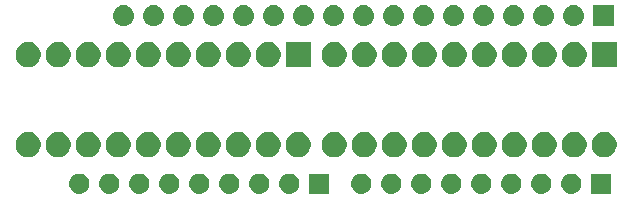
<source format=gbr>
G04 #@! TF.GenerationSoftware,KiCad,Pcbnew,(5.1.0-0)*
G04 #@! TF.CreationDate,2019-09-18T19:58:45-07:00*
G04 #@! TF.ProjectId,LEDRiser16,4c454452-6973-4657-9231-362e6b696361,rev?*
G04 #@! TF.SameCoordinates,Original*
G04 #@! TF.FileFunction,Soldermask,Bot*
G04 #@! TF.FilePolarity,Negative*
%FSLAX46Y46*%
G04 Gerber Fmt 4.6, Leading zero omitted, Abs format (unit mm)*
G04 Created by KiCad (PCBNEW (5.1.0-0)) date 2019-09-18 19:58:45*
%MOMM*%
%LPD*%
G04 APERTURE LIST*
%ADD10C,0.100000*%
G04 APERTURE END LIST*
D10*
G36*
X124803000Y-83909000D02*
G01*
X123101000Y-83909000D01*
X123101000Y-82207000D01*
X124803000Y-82207000D01*
X124803000Y-83909000D01*
X124803000Y-83909000D01*
G37*
G36*
X121578823Y-82219313D02*
G01*
X121739242Y-82267976D01*
X121871906Y-82338886D01*
X121887078Y-82346996D01*
X122016659Y-82453341D01*
X122123004Y-82582922D01*
X122123005Y-82582924D01*
X122202024Y-82730758D01*
X122250687Y-82891177D01*
X122267117Y-83058000D01*
X122250687Y-83224823D01*
X122202024Y-83385242D01*
X122131114Y-83517906D01*
X122123004Y-83533078D01*
X122016659Y-83662659D01*
X121887078Y-83769004D01*
X121887076Y-83769005D01*
X121739242Y-83848024D01*
X121578823Y-83896687D01*
X121453804Y-83909000D01*
X121370196Y-83909000D01*
X121245177Y-83896687D01*
X121084758Y-83848024D01*
X120936924Y-83769005D01*
X120936922Y-83769004D01*
X120807341Y-83662659D01*
X120700996Y-83533078D01*
X120692886Y-83517906D01*
X120621976Y-83385242D01*
X120573313Y-83224823D01*
X120556883Y-83058000D01*
X120573313Y-82891177D01*
X120621976Y-82730758D01*
X120700995Y-82582924D01*
X120700996Y-82582922D01*
X120807341Y-82453341D01*
X120936922Y-82346996D01*
X120952094Y-82338886D01*
X121084758Y-82267976D01*
X121245177Y-82219313D01*
X121370196Y-82207000D01*
X121453804Y-82207000D01*
X121578823Y-82219313D01*
X121578823Y-82219313D01*
G37*
G36*
X119038823Y-82219313D02*
G01*
X119199242Y-82267976D01*
X119331906Y-82338886D01*
X119347078Y-82346996D01*
X119476659Y-82453341D01*
X119583004Y-82582922D01*
X119583005Y-82582924D01*
X119662024Y-82730758D01*
X119710687Y-82891177D01*
X119727117Y-83058000D01*
X119710687Y-83224823D01*
X119662024Y-83385242D01*
X119591114Y-83517906D01*
X119583004Y-83533078D01*
X119476659Y-83662659D01*
X119347078Y-83769004D01*
X119347076Y-83769005D01*
X119199242Y-83848024D01*
X119038823Y-83896687D01*
X118913804Y-83909000D01*
X118830196Y-83909000D01*
X118705177Y-83896687D01*
X118544758Y-83848024D01*
X118396924Y-83769005D01*
X118396922Y-83769004D01*
X118267341Y-83662659D01*
X118160996Y-83533078D01*
X118152886Y-83517906D01*
X118081976Y-83385242D01*
X118033313Y-83224823D01*
X118016883Y-83058000D01*
X118033313Y-82891177D01*
X118081976Y-82730758D01*
X118160995Y-82582924D01*
X118160996Y-82582922D01*
X118267341Y-82453341D01*
X118396922Y-82346996D01*
X118412094Y-82338886D01*
X118544758Y-82267976D01*
X118705177Y-82219313D01*
X118830196Y-82207000D01*
X118913804Y-82207000D01*
X119038823Y-82219313D01*
X119038823Y-82219313D01*
G37*
G36*
X116498823Y-82219313D02*
G01*
X116659242Y-82267976D01*
X116791906Y-82338886D01*
X116807078Y-82346996D01*
X116936659Y-82453341D01*
X117043004Y-82582922D01*
X117043005Y-82582924D01*
X117122024Y-82730758D01*
X117170687Y-82891177D01*
X117187117Y-83058000D01*
X117170687Y-83224823D01*
X117122024Y-83385242D01*
X117051114Y-83517906D01*
X117043004Y-83533078D01*
X116936659Y-83662659D01*
X116807078Y-83769004D01*
X116807076Y-83769005D01*
X116659242Y-83848024D01*
X116498823Y-83896687D01*
X116373804Y-83909000D01*
X116290196Y-83909000D01*
X116165177Y-83896687D01*
X116004758Y-83848024D01*
X115856924Y-83769005D01*
X115856922Y-83769004D01*
X115727341Y-83662659D01*
X115620996Y-83533078D01*
X115612886Y-83517906D01*
X115541976Y-83385242D01*
X115493313Y-83224823D01*
X115476883Y-83058000D01*
X115493313Y-82891177D01*
X115541976Y-82730758D01*
X115620995Y-82582924D01*
X115620996Y-82582922D01*
X115727341Y-82453341D01*
X115856922Y-82346996D01*
X115872094Y-82338886D01*
X116004758Y-82267976D01*
X116165177Y-82219313D01*
X116290196Y-82207000D01*
X116373804Y-82207000D01*
X116498823Y-82219313D01*
X116498823Y-82219313D01*
G37*
G36*
X113958823Y-82219313D02*
G01*
X114119242Y-82267976D01*
X114251906Y-82338886D01*
X114267078Y-82346996D01*
X114396659Y-82453341D01*
X114503004Y-82582922D01*
X114503005Y-82582924D01*
X114582024Y-82730758D01*
X114630687Y-82891177D01*
X114647117Y-83058000D01*
X114630687Y-83224823D01*
X114582024Y-83385242D01*
X114511114Y-83517906D01*
X114503004Y-83533078D01*
X114396659Y-83662659D01*
X114267078Y-83769004D01*
X114267076Y-83769005D01*
X114119242Y-83848024D01*
X113958823Y-83896687D01*
X113833804Y-83909000D01*
X113750196Y-83909000D01*
X113625177Y-83896687D01*
X113464758Y-83848024D01*
X113316924Y-83769005D01*
X113316922Y-83769004D01*
X113187341Y-83662659D01*
X113080996Y-83533078D01*
X113072886Y-83517906D01*
X113001976Y-83385242D01*
X112953313Y-83224823D01*
X112936883Y-83058000D01*
X112953313Y-82891177D01*
X113001976Y-82730758D01*
X113080995Y-82582924D01*
X113080996Y-82582922D01*
X113187341Y-82453341D01*
X113316922Y-82346996D01*
X113332094Y-82338886D01*
X113464758Y-82267976D01*
X113625177Y-82219313D01*
X113750196Y-82207000D01*
X113833804Y-82207000D01*
X113958823Y-82219313D01*
X113958823Y-82219313D01*
G37*
G36*
X111418823Y-82219313D02*
G01*
X111579242Y-82267976D01*
X111711906Y-82338886D01*
X111727078Y-82346996D01*
X111856659Y-82453341D01*
X111963004Y-82582922D01*
X111963005Y-82582924D01*
X112042024Y-82730758D01*
X112090687Y-82891177D01*
X112107117Y-83058000D01*
X112090687Y-83224823D01*
X112042024Y-83385242D01*
X111971114Y-83517906D01*
X111963004Y-83533078D01*
X111856659Y-83662659D01*
X111727078Y-83769004D01*
X111727076Y-83769005D01*
X111579242Y-83848024D01*
X111418823Y-83896687D01*
X111293804Y-83909000D01*
X111210196Y-83909000D01*
X111085177Y-83896687D01*
X110924758Y-83848024D01*
X110776924Y-83769005D01*
X110776922Y-83769004D01*
X110647341Y-83662659D01*
X110540996Y-83533078D01*
X110532886Y-83517906D01*
X110461976Y-83385242D01*
X110413313Y-83224823D01*
X110396883Y-83058000D01*
X110413313Y-82891177D01*
X110461976Y-82730758D01*
X110540995Y-82582924D01*
X110540996Y-82582922D01*
X110647341Y-82453341D01*
X110776922Y-82346996D01*
X110792094Y-82338886D01*
X110924758Y-82267976D01*
X111085177Y-82219313D01*
X111210196Y-82207000D01*
X111293804Y-82207000D01*
X111418823Y-82219313D01*
X111418823Y-82219313D01*
G37*
G36*
X108878823Y-82219313D02*
G01*
X109039242Y-82267976D01*
X109171906Y-82338886D01*
X109187078Y-82346996D01*
X109316659Y-82453341D01*
X109423004Y-82582922D01*
X109423005Y-82582924D01*
X109502024Y-82730758D01*
X109550687Y-82891177D01*
X109567117Y-83058000D01*
X109550687Y-83224823D01*
X109502024Y-83385242D01*
X109431114Y-83517906D01*
X109423004Y-83533078D01*
X109316659Y-83662659D01*
X109187078Y-83769004D01*
X109187076Y-83769005D01*
X109039242Y-83848024D01*
X108878823Y-83896687D01*
X108753804Y-83909000D01*
X108670196Y-83909000D01*
X108545177Y-83896687D01*
X108384758Y-83848024D01*
X108236924Y-83769005D01*
X108236922Y-83769004D01*
X108107341Y-83662659D01*
X108000996Y-83533078D01*
X107992886Y-83517906D01*
X107921976Y-83385242D01*
X107873313Y-83224823D01*
X107856883Y-83058000D01*
X107873313Y-82891177D01*
X107921976Y-82730758D01*
X108000995Y-82582924D01*
X108000996Y-82582922D01*
X108107341Y-82453341D01*
X108236922Y-82346996D01*
X108252094Y-82338886D01*
X108384758Y-82267976D01*
X108545177Y-82219313D01*
X108670196Y-82207000D01*
X108753804Y-82207000D01*
X108878823Y-82219313D01*
X108878823Y-82219313D01*
G37*
G36*
X106338823Y-82219313D02*
G01*
X106499242Y-82267976D01*
X106631906Y-82338886D01*
X106647078Y-82346996D01*
X106776659Y-82453341D01*
X106883004Y-82582922D01*
X106883005Y-82582924D01*
X106962024Y-82730758D01*
X107010687Y-82891177D01*
X107027117Y-83058000D01*
X107010687Y-83224823D01*
X106962024Y-83385242D01*
X106891114Y-83517906D01*
X106883004Y-83533078D01*
X106776659Y-83662659D01*
X106647078Y-83769004D01*
X106647076Y-83769005D01*
X106499242Y-83848024D01*
X106338823Y-83896687D01*
X106213804Y-83909000D01*
X106130196Y-83909000D01*
X106005177Y-83896687D01*
X105844758Y-83848024D01*
X105696924Y-83769005D01*
X105696922Y-83769004D01*
X105567341Y-83662659D01*
X105460996Y-83533078D01*
X105452886Y-83517906D01*
X105381976Y-83385242D01*
X105333313Y-83224823D01*
X105316883Y-83058000D01*
X105333313Y-82891177D01*
X105381976Y-82730758D01*
X105460995Y-82582924D01*
X105460996Y-82582922D01*
X105567341Y-82453341D01*
X105696922Y-82346996D01*
X105712094Y-82338886D01*
X105844758Y-82267976D01*
X106005177Y-82219313D01*
X106130196Y-82207000D01*
X106213804Y-82207000D01*
X106338823Y-82219313D01*
X106338823Y-82219313D01*
G37*
G36*
X103798823Y-82219313D02*
G01*
X103959242Y-82267976D01*
X104091906Y-82338886D01*
X104107078Y-82346996D01*
X104236659Y-82453341D01*
X104343004Y-82582922D01*
X104343005Y-82582924D01*
X104422024Y-82730758D01*
X104470687Y-82891177D01*
X104487117Y-83058000D01*
X104470687Y-83224823D01*
X104422024Y-83385242D01*
X104351114Y-83517906D01*
X104343004Y-83533078D01*
X104236659Y-83662659D01*
X104107078Y-83769004D01*
X104107076Y-83769005D01*
X103959242Y-83848024D01*
X103798823Y-83896687D01*
X103673804Y-83909000D01*
X103590196Y-83909000D01*
X103465177Y-83896687D01*
X103304758Y-83848024D01*
X103156924Y-83769005D01*
X103156922Y-83769004D01*
X103027341Y-83662659D01*
X102920996Y-83533078D01*
X102912886Y-83517906D01*
X102841976Y-83385242D01*
X102793313Y-83224823D01*
X102776883Y-83058000D01*
X102793313Y-82891177D01*
X102841976Y-82730758D01*
X102920995Y-82582924D01*
X102920996Y-82582922D01*
X103027341Y-82453341D01*
X103156922Y-82346996D01*
X103172094Y-82338886D01*
X103304758Y-82267976D01*
X103465177Y-82219313D01*
X103590196Y-82207000D01*
X103673804Y-82207000D01*
X103798823Y-82219313D01*
X103798823Y-82219313D01*
G37*
G36*
X100927000Y-83909000D02*
G01*
X99225000Y-83909000D01*
X99225000Y-82207000D01*
X100927000Y-82207000D01*
X100927000Y-83909000D01*
X100927000Y-83909000D01*
G37*
G36*
X97702823Y-82219313D02*
G01*
X97863242Y-82267976D01*
X97995906Y-82338886D01*
X98011078Y-82346996D01*
X98140659Y-82453341D01*
X98247004Y-82582922D01*
X98247005Y-82582924D01*
X98326024Y-82730758D01*
X98374687Y-82891177D01*
X98391117Y-83058000D01*
X98374687Y-83224823D01*
X98326024Y-83385242D01*
X98255114Y-83517906D01*
X98247004Y-83533078D01*
X98140659Y-83662659D01*
X98011078Y-83769004D01*
X98011076Y-83769005D01*
X97863242Y-83848024D01*
X97702823Y-83896687D01*
X97577804Y-83909000D01*
X97494196Y-83909000D01*
X97369177Y-83896687D01*
X97208758Y-83848024D01*
X97060924Y-83769005D01*
X97060922Y-83769004D01*
X96931341Y-83662659D01*
X96824996Y-83533078D01*
X96816886Y-83517906D01*
X96745976Y-83385242D01*
X96697313Y-83224823D01*
X96680883Y-83058000D01*
X96697313Y-82891177D01*
X96745976Y-82730758D01*
X96824995Y-82582924D01*
X96824996Y-82582922D01*
X96931341Y-82453341D01*
X97060922Y-82346996D01*
X97076094Y-82338886D01*
X97208758Y-82267976D01*
X97369177Y-82219313D01*
X97494196Y-82207000D01*
X97577804Y-82207000D01*
X97702823Y-82219313D01*
X97702823Y-82219313D01*
G37*
G36*
X95162823Y-82219313D02*
G01*
X95323242Y-82267976D01*
X95455906Y-82338886D01*
X95471078Y-82346996D01*
X95600659Y-82453341D01*
X95707004Y-82582922D01*
X95707005Y-82582924D01*
X95786024Y-82730758D01*
X95834687Y-82891177D01*
X95851117Y-83058000D01*
X95834687Y-83224823D01*
X95786024Y-83385242D01*
X95715114Y-83517906D01*
X95707004Y-83533078D01*
X95600659Y-83662659D01*
X95471078Y-83769004D01*
X95471076Y-83769005D01*
X95323242Y-83848024D01*
X95162823Y-83896687D01*
X95037804Y-83909000D01*
X94954196Y-83909000D01*
X94829177Y-83896687D01*
X94668758Y-83848024D01*
X94520924Y-83769005D01*
X94520922Y-83769004D01*
X94391341Y-83662659D01*
X94284996Y-83533078D01*
X94276886Y-83517906D01*
X94205976Y-83385242D01*
X94157313Y-83224823D01*
X94140883Y-83058000D01*
X94157313Y-82891177D01*
X94205976Y-82730758D01*
X94284995Y-82582924D01*
X94284996Y-82582922D01*
X94391341Y-82453341D01*
X94520922Y-82346996D01*
X94536094Y-82338886D01*
X94668758Y-82267976D01*
X94829177Y-82219313D01*
X94954196Y-82207000D01*
X95037804Y-82207000D01*
X95162823Y-82219313D01*
X95162823Y-82219313D01*
G37*
G36*
X92622823Y-82219313D02*
G01*
X92783242Y-82267976D01*
X92915906Y-82338886D01*
X92931078Y-82346996D01*
X93060659Y-82453341D01*
X93167004Y-82582922D01*
X93167005Y-82582924D01*
X93246024Y-82730758D01*
X93294687Y-82891177D01*
X93311117Y-83058000D01*
X93294687Y-83224823D01*
X93246024Y-83385242D01*
X93175114Y-83517906D01*
X93167004Y-83533078D01*
X93060659Y-83662659D01*
X92931078Y-83769004D01*
X92931076Y-83769005D01*
X92783242Y-83848024D01*
X92622823Y-83896687D01*
X92497804Y-83909000D01*
X92414196Y-83909000D01*
X92289177Y-83896687D01*
X92128758Y-83848024D01*
X91980924Y-83769005D01*
X91980922Y-83769004D01*
X91851341Y-83662659D01*
X91744996Y-83533078D01*
X91736886Y-83517906D01*
X91665976Y-83385242D01*
X91617313Y-83224823D01*
X91600883Y-83058000D01*
X91617313Y-82891177D01*
X91665976Y-82730758D01*
X91744995Y-82582924D01*
X91744996Y-82582922D01*
X91851341Y-82453341D01*
X91980922Y-82346996D01*
X91996094Y-82338886D01*
X92128758Y-82267976D01*
X92289177Y-82219313D01*
X92414196Y-82207000D01*
X92497804Y-82207000D01*
X92622823Y-82219313D01*
X92622823Y-82219313D01*
G37*
G36*
X90082823Y-82219313D02*
G01*
X90243242Y-82267976D01*
X90375906Y-82338886D01*
X90391078Y-82346996D01*
X90520659Y-82453341D01*
X90627004Y-82582922D01*
X90627005Y-82582924D01*
X90706024Y-82730758D01*
X90754687Y-82891177D01*
X90771117Y-83058000D01*
X90754687Y-83224823D01*
X90706024Y-83385242D01*
X90635114Y-83517906D01*
X90627004Y-83533078D01*
X90520659Y-83662659D01*
X90391078Y-83769004D01*
X90391076Y-83769005D01*
X90243242Y-83848024D01*
X90082823Y-83896687D01*
X89957804Y-83909000D01*
X89874196Y-83909000D01*
X89749177Y-83896687D01*
X89588758Y-83848024D01*
X89440924Y-83769005D01*
X89440922Y-83769004D01*
X89311341Y-83662659D01*
X89204996Y-83533078D01*
X89196886Y-83517906D01*
X89125976Y-83385242D01*
X89077313Y-83224823D01*
X89060883Y-83058000D01*
X89077313Y-82891177D01*
X89125976Y-82730758D01*
X89204995Y-82582924D01*
X89204996Y-82582922D01*
X89311341Y-82453341D01*
X89440922Y-82346996D01*
X89456094Y-82338886D01*
X89588758Y-82267976D01*
X89749177Y-82219313D01*
X89874196Y-82207000D01*
X89957804Y-82207000D01*
X90082823Y-82219313D01*
X90082823Y-82219313D01*
G37*
G36*
X87542823Y-82219313D02*
G01*
X87703242Y-82267976D01*
X87835906Y-82338886D01*
X87851078Y-82346996D01*
X87980659Y-82453341D01*
X88087004Y-82582922D01*
X88087005Y-82582924D01*
X88166024Y-82730758D01*
X88214687Y-82891177D01*
X88231117Y-83058000D01*
X88214687Y-83224823D01*
X88166024Y-83385242D01*
X88095114Y-83517906D01*
X88087004Y-83533078D01*
X87980659Y-83662659D01*
X87851078Y-83769004D01*
X87851076Y-83769005D01*
X87703242Y-83848024D01*
X87542823Y-83896687D01*
X87417804Y-83909000D01*
X87334196Y-83909000D01*
X87209177Y-83896687D01*
X87048758Y-83848024D01*
X86900924Y-83769005D01*
X86900922Y-83769004D01*
X86771341Y-83662659D01*
X86664996Y-83533078D01*
X86656886Y-83517906D01*
X86585976Y-83385242D01*
X86537313Y-83224823D01*
X86520883Y-83058000D01*
X86537313Y-82891177D01*
X86585976Y-82730758D01*
X86664995Y-82582924D01*
X86664996Y-82582922D01*
X86771341Y-82453341D01*
X86900922Y-82346996D01*
X86916094Y-82338886D01*
X87048758Y-82267976D01*
X87209177Y-82219313D01*
X87334196Y-82207000D01*
X87417804Y-82207000D01*
X87542823Y-82219313D01*
X87542823Y-82219313D01*
G37*
G36*
X85002823Y-82219313D02*
G01*
X85163242Y-82267976D01*
X85295906Y-82338886D01*
X85311078Y-82346996D01*
X85440659Y-82453341D01*
X85547004Y-82582922D01*
X85547005Y-82582924D01*
X85626024Y-82730758D01*
X85674687Y-82891177D01*
X85691117Y-83058000D01*
X85674687Y-83224823D01*
X85626024Y-83385242D01*
X85555114Y-83517906D01*
X85547004Y-83533078D01*
X85440659Y-83662659D01*
X85311078Y-83769004D01*
X85311076Y-83769005D01*
X85163242Y-83848024D01*
X85002823Y-83896687D01*
X84877804Y-83909000D01*
X84794196Y-83909000D01*
X84669177Y-83896687D01*
X84508758Y-83848024D01*
X84360924Y-83769005D01*
X84360922Y-83769004D01*
X84231341Y-83662659D01*
X84124996Y-83533078D01*
X84116886Y-83517906D01*
X84045976Y-83385242D01*
X83997313Y-83224823D01*
X83980883Y-83058000D01*
X83997313Y-82891177D01*
X84045976Y-82730758D01*
X84124995Y-82582924D01*
X84124996Y-82582922D01*
X84231341Y-82453341D01*
X84360922Y-82346996D01*
X84376094Y-82338886D01*
X84508758Y-82267976D01*
X84669177Y-82219313D01*
X84794196Y-82207000D01*
X84877804Y-82207000D01*
X85002823Y-82219313D01*
X85002823Y-82219313D01*
G37*
G36*
X82462823Y-82219313D02*
G01*
X82623242Y-82267976D01*
X82755906Y-82338886D01*
X82771078Y-82346996D01*
X82900659Y-82453341D01*
X83007004Y-82582922D01*
X83007005Y-82582924D01*
X83086024Y-82730758D01*
X83134687Y-82891177D01*
X83151117Y-83058000D01*
X83134687Y-83224823D01*
X83086024Y-83385242D01*
X83015114Y-83517906D01*
X83007004Y-83533078D01*
X82900659Y-83662659D01*
X82771078Y-83769004D01*
X82771076Y-83769005D01*
X82623242Y-83848024D01*
X82462823Y-83896687D01*
X82337804Y-83909000D01*
X82254196Y-83909000D01*
X82129177Y-83896687D01*
X81968758Y-83848024D01*
X81820924Y-83769005D01*
X81820922Y-83769004D01*
X81691341Y-83662659D01*
X81584996Y-83533078D01*
X81576886Y-83517906D01*
X81505976Y-83385242D01*
X81457313Y-83224823D01*
X81440883Y-83058000D01*
X81457313Y-82891177D01*
X81505976Y-82730758D01*
X81584995Y-82582924D01*
X81584996Y-82582922D01*
X81691341Y-82453341D01*
X81820922Y-82346996D01*
X81836094Y-82338886D01*
X81968758Y-82267976D01*
X82129177Y-82219313D01*
X82254196Y-82207000D01*
X82337804Y-82207000D01*
X82462823Y-82219313D01*
X82462823Y-82219313D01*
G37*
G36*
X79922823Y-82219313D02*
G01*
X80083242Y-82267976D01*
X80215906Y-82338886D01*
X80231078Y-82346996D01*
X80360659Y-82453341D01*
X80467004Y-82582922D01*
X80467005Y-82582924D01*
X80546024Y-82730758D01*
X80594687Y-82891177D01*
X80611117Y-83058000D01*
X80594687Y-83224823D01*
X80546024Y-83385242D01*
X80475114Y-83517906D01*
X80467004Y-83533078D01*
X80360659Y-83662659D01*
X80231078Y-83769004D01*
X80231076Y-83769005D01*
X80083242Y-83848024D01*
X79922823Y-83896687D01*
X79797804Y-83909000D01*
X79714196Y-83909000D01*
X79589177Y-83896687D01*
X79428758Y-83848024D01*
X79280924Y-83769005D01*
X79280922Y-83769004D01*
X79151341Y-83662659D01*
X79044996Y-83533078D01*
X79036886Y-83517906D01*
X78965976Y-83385242D01*
X78917313Y-83224823D01*
X78900883Y-83058000D01*
X78917313Y-82891177D01*
X78965976Y-82730758D01*
X79044995Y-82582924D01*
X79044996Y-82582922D01*
X79151341Y-82453341D01*
X79280922Y-82346996D01*
X79296094Y-82338886D01*
X79428758Y-82267976D01*
X79589177Y-82219313D01*
X79714196Y-82207000D01*
X79797804Y-82207000D01*
X79922823Y-82219313D01*
X79922823Y-82219313D01*
G37*
G36*
X78289231Y-78730003D02*
G01*
X78483412Y-78810436D01*
X78483414Y-78810437D01*
X78658173Y-78927207D01*
X78806793Y-79075827D01*
X78923563Y-79250586D01*
X78923564Y-79250588D01*
X79003997Y-79444769D01*
X79045000Y-79650908D01*
X79045000Y-79861092D01*
X79003997Y-80067231D01*
X78923564Y-80261412D01*
X78923563Y-80261414D01*
X78806793Y-80436173D01*
X78658173Y-80584793D01*
X78483414Y-80701563D01*
X78483413Y-80701564D01*
X78483412Y-80701564D01*
X78289231Y-80781997D01*
X78083092Y-80823000D01*
X77872908Y-80823000D01*
X77666769Y-80781997D01*
X77472588Y-80701564D01*
X77472587Y-80701564D01*
X77472586Y-80701563D01*
X77297827Y-80584793D01*
X77149207Y-80436173D01*
X77032437Y-80261414D01*
X77032436Y-80261412D01*
X76952003Y-80067231D01*
X76911000Y-79861092D01*
X76911000Y-79650908D01*
X76952003Y-79444769D01*
X77032436Y-79250588D01*
X77032437Y-79250586D01*
X77149207Y-79075827D01*
X77297827Y-78927207D01*
X77472586Y-78810437D01*
X77472588Y-78810436D01*
X77666769Y-78730003D01*
X77872908Y-78689000D01*
X78083092Y-78689000D01*
X78289231Y-78730003D01*
X78289231Y-78730003D01*
G37*
G36*
X75749231Y-78730003D02*
G01*
X75943412Y-78810436D01*
X75943414Y-78810437D01*
X76118173Y-78927207D01*
X76266793Y-79075827D01*
X76383563Y-79250586D01*
X76383564Y-79250588D01*
X76463997Y-79444769D01*
X76505000Y-79650908D01*
X76505000Y-79861092D01*
X76463997Y-80067231D01*
X76383564Y-80261412D01*
X76383563Y-80261414D01*
X76266793Y-80436173D01*
X76118173Y-80584793D01*
X75943414Y-80701563D01*
X75943413Y-80701564D01*
X75943412Y-80701564D01*
X75749231Y-80781997D01*
X75543092Y-80823000D01*
X75332908Y-80823000D01*
X75126769Y-80781997D01*
X74932588Y-80701564D01*
X74932587Y-80701564D01*
X74932586Y-80701563D01*
X74757827Y-80584793D01*
X74609207Y-80436173D01*
X74492437Y-80261414D01*
X74492436Y-80261412D01*
X74412003Y-80067231D01*
X74371000Y-79861092D01*
X74371000Y-79650908D01*
X74412003Y-79444769D01*
X74492436Y-79250588D01*
X74492437Y-79250586D01*
X74609207Y-79075827D01*
X74757827Y-78927207D01*
X74932586Y-78810437D01*
X74932588Y-78810436D01*
X75126769Y-78730003D01*
X75332908Y-78689000D01*
X75543092Y-78689000D01*
X75749231Y-78730003D01*
X75749231Y-78730003D01*
G37*
G36*
X106737231Y-78730003D02*
G01*
X106931412Y-78810436D01*
X106931414Y-78810437D01*
X107106173Y-78927207D01*
X107254793Y-79075827D01*
X107371563Y-79250586D01*
X107371564Y-79250588D01*
X107451997Y-79444769D01*
X107493000Y-79650908D01*
X107493000Y-79861092D01*
X107451997Y-80067231D01*
X107371564Y-80261412D01*
X107371563Y-80261414D01*
X107254793Y-80436173D01*
X107106173Y-80584793D01*
X106931414Y-80701563D01*
X106931413Y-80701564D01*
X106931412Y-80701564D01*
X106737231Y-80781997D01*
X106531092Y-80823000D01*
X106320908Y-80823000D01*
X106114769Y-80781997D01*
X105920588Y-80701564D01*
X105920587Y-80701564D01*
X105920586Y-80701563D01*
X105745827Y-80584793D01*
X105597207Y-80436173D01*
X105480437Y-80261414D01*
X105480436Y-80261412D01*
X105400003Y-80067231D01*
X105359000Y-79861092D01*
X105359000Y-79650908D01*
X105400003Y-79444769D01*
X105480436Y-79250588D01*
X105480437Y-79250586D01*
X105597207Y-79075827D01*
X105745827Y-78927207D01*
X105920586Y-78810437D01*
X105920588Y-78810436D01*
X106114769Y-78730003D01*
X106320908Y-78689000D01*
X106531092Y-78689000D01*
X106737231Y-78730003D01*
X106737231Y-78730003D01*
G37*
G36*
X109277231Y-78730003D02*
G01*
X109471412Y-78810436D01*
X109471414Y-78810437D01*
X109646173Y-78927207D01*
X109794793Y-79075827D01*
X109911563Y-79250586D01*
X109911564Y-79250588D01*
X109991997Y-79444769D01*
X110033000Y-79650908D01*
X110033000Y-79861092D01*
X109991997Y-80067231D01*
X109911564Y-80261412D01*
X109911563Y-80261414D01*
X109794793Y-80436173D01*
X109646173Y-80584793D01*
X109471414Y-80701563D01*
X109471413Y-80701564D01*
X109471412Y-80701564D01*
X109277231Y-80781997D01*
X109071092Y-80823000D01*
X108860908Y-80823000D01*
X108654769Y-80781997D01*
X108460588Y-80701564D01*
X108460587Y-80701564D01*
X108460586Y-80701563D01*
X108285827Y-80584793D01*
X108137207Y-80436173D01*
X108020437Y-80261414D01*
X108020436Y-80261412D01*
X107940003Y-80067231D01*
X107899000Y-79861092D01*
X107899000Y-79650908D01*
X107940003Y-79444769D01*
X108020436Y-79250588D01*
X108020437Y-79250586D01*
X108137207Y-79075827D01*
X108285827Y-78927207D01*
X108460586Y-78810437D01*
X108460588Y-78810436D01*
X108654769Y-78730003D01*
X108860908Y-78689000D01*
X109071092Y-78689000D01*
X109277231Y-78730003D01*
X109277231Y-78730003D01*
G37*
G36*
X111817231Y-78730003D02*
G01*
X112011412Y-78810436D01*
X112011414Y-78810437D01*
X112186173Y-78927207D01*
X112334793Y-79075827D01*
X112451563Y-79250586D01*
X112451564Y-79250588D01*
X112531997Y-79444769D01*
X112573000Y-79650908D01*
X112573000Y-79861092D01*
X112531997Y-80067231D01*
X112451564Y-80261412D01*
X112451563Y-80261414D01*
X112334793Y-80436173D01*
X112186173Y-80584793D01*
X112011414Y-80701563D01*
X112011413Y-80701564D01*
X112011412Y-80701564D01*
X111817231Y-80781997D01*
X111611092Y-80823000D01*
X111400908Y-80823000D01*
X111194769Y-80781997D01*
X111000588Y-80701564D01*
X111000587Y-80701564D01*
X111000586Y-80701563D01*
X110825827Y-80584793D01*
X110677207Y-80436173D01*
X110560437Y-80261414D01*
X110560436Y-80261412D01*
X110480003Y-80067231D01*
X110439000Y-79861092D01*
X110439000Y-79650908D01*
X110480003Y-79444769D01*
X110560436Y-79250588D01*
X110560437Y-79250586D01*
X110677207Y-79075827D01*
X110825827Y-78927207D01*
X111000586Y-78810437D01*
X111000588Y-78810436D01*
X111194769Y-78730003D01*
X111400908Y-78689000D01*
X111611092Y-78689000D01*
X111817231Y-78730003D01*
X111817231Y-78730003D01*
G37*
G36*
X114357231Y-78730003D02*
G01*
X114551412Y-78810436D01*
X114551414Y-78810437D01*
X114726173Y-78927207D01*
X114874793Y-79075827D01*
X114991563Y-79250586D01*
X114991564Y-79250588D01*
X115071997Y-79444769D01*
X115113000Y-79650908D01*
X115113000Y-79861092D01*
X115071997Y-80067231D01*
X114991564Y-80261412D01*
X114991563Y-80261414D01*
X114874793Y-80436173D01*
X114726173Y-80584793D01*
X114551414Y-80701563D01*
X114551413Y-80701564D01*
X114551412Y-80701564D01*
X114357231Y-80781997D01*
X114151092Y-80823000D01*
X113940908Y-80823000D01*
X113734769Y-80781997D01*
X113540588Y-80701564D01*
X113540587Y-80701564D01*
X113540586Y-80701563D01*
X113365827Y-80584793D01*
X113217207Y-80436173D01*
X113100437Y-80261414D01*
X113100436Y-80261412D01*
X113020003Y-80067231D01*
X112979000Y-79861092D01*
X112979000Y-79650908D01*
X113020003Y-79444769D01*
X113100436Y-79250588D01*
X113100437Y-79250586D01*
X113217207Y-79075827D01*
X113365827Y-78927207D01*
X113540586Y-78810437D01*
X113540588Y-78810436D01*
X113734769Y-78730003D01*
X113940908Y-78689000D01*
X114151092Y-78689000D01*
X114357231Y-78730003D01*
X114357231Y-78730003D01*
G37*
G36*
X104197231Y-78730003D02*
G01*
X104391412Y-78810436D01*
X104391414Y-78810437D01*
X104566173Y-78927207D01*
X104714793Y-79075827D01*
X104831563Y-79250586D01*
X104831564Y-79250588D01*
X104911997Y-79444769D01*
X104953000Y-79650908D01*
X104953000Y-79861092D01*
X104911997Y-80067231D01*
X104831564Y-80261412D01*
X104831563Y-80261414D01*
X104714793Y-80436173D01*
X104566173Y-80584793D01*
X104391414Y-80701563D01*
X104391413Y-80701564D01*
X104391412Y-80701564D01*
X104197231Y-80781997D01*
X103991092Y-80823000D01*
X103780908Y-80823000D01*
X103574769Y-80781997D01*
X103380588Y-80701564D01*
X103380587Y-80701564D01*
X103380586Y-80701563D01*
X103205827Y-80584793D01*
X103057207Y-80436173D01*
X102940437Y-80261414D01*
X102940436Y-80261412D01*
X102860003Y-80067231D01*
X102819000Y-79861092D01*
X102819000Y-79650908D01*
X102860003Y-79444769D01*
X102940436Y-79250588D01*
X102940437Y-79250586D01*
X103057207Y-79075827D01*
X103205827Y-78927207D01*
X103380586Y-78810437D01*
X103380588Y-78810436D01*
X103574769Y-78730003D01*
X103780908Y-78689000D01*
X103991092Y-78689000D01*
X104197231Y-78730003D01*
X104197231Y-78730003D01*
G37*
G36*
X101657231Y-78730003D02*
G01*
X101851412Y-78810436D01*
X101851414Y-78810437D01*
X102026173Y-78927207D01*
X102174793Y-79075827D01*
X102291563Y-79250586D01*
X102291564Y-79250588D01*
X102371997Y-79444769D01*
X102413000Y-79650908D01*
X102413000Y-79861092D01*
X102371997Y-80067231D01*
X102291564Y-80261412D01*
X102291563Y-80261414D01*
X102174793Y-80436173D01*
X102026173Y-80584793D01*
X101851414Y-80701563D01*
X101851413Y-80701564D01*
X101851412Y-80701564D01*
X101657231Y-80781997D01*
X101451092Y-80823000D01*
X101240908Y-80823000D01*
X101034769Y-80781997D01*
X100840588Y-80701564D01*
X100840587Y-80701564D01*
X100840586Y-80701563D01*
X100665827Y-80584793D01*
X100517207Y-80436173D01*
X100400437Y-80261414D01*
X100400436Y-80261412D01*
X100320003Y-80067231D01*
X100279000Y-79861092D01*
X100279000Y-79650908D01*
X100320003Y-79444769D01*
X100400436Y-79250588D01*
X100400437Y-79250586D01*
X100517207Y-79075827D01*
X100665827Y-78927207D01*
X100840586Y-78810437D01*
X100840588Y-78810436D01*
X101034769Y-78730003D01*
X101240908Y-78689000D01*
X101451092Y-78689000D01*
X101657231Y-78730003D01*
X101657231Y-78730003D01*
G37*
G36*
X116897231Y-78730003D02*
G01*
X117091412Y-78810436D01*
X117091414Y-78810437D01*
X117266173Y-78927207D01*
X117414793Y-79075827D01*
X117531563Y-79250586D01*
X117531564Y-79250588D01*
X117611997Y-79444769D01*
X117653000Y-79650908D01*
X117653000Y-79861092D01*
X117611997Y-80067231D01*
X117531564Y-80261412D01*
X117531563Y-80261414D01*
X117414793Y-80436173D01*
X117266173Y-80584793D01*
X117091414Y-80701563D01*
X117091413Y-80701564D01*
X117091412Y-80701564D01*
X116897231Y-80781997D01*
X116691092Y-80823000D01*
X116480908Y-80823000D01*
X116274769Y-80781997D01*
X116080588Y-80701564D01*
X116080587Y-80701564D01*
X116080586Y-80701563D01*
X115905827Y-80584793D01*
X115757207Y-80436173D01*
X115640437Y-80261414D01*
X115640436Y-80261412D01*
X115560003Y-80067231D01*
X115519000Y-79861092D01*
X115519000Y-79650908D01*
X115560003Y-79444769D01*
X115640436Y-79250588D01*
X115640437Y-79250586D01*
X115757207Y-79075827D01*
X115905827Y-78927207D01*
X116080586Y-78810437D01*
X116080588Y-78810436D01*
X116274769Y-78730003D01*
X116480908Y-78689000D01*
X116691092Y-78689000D01*
X116897231Y-78730003D01*
X116897231Y-78730003D01*
G37*
G36*
X119437231Y-78730003D02*
G01*
X119631412Y-78810436D01*
X119631414Y-78810437D01*
X119806173Y-78927207D01*
X119954793Y-79075827D01*
X120071563Y-79250586D01*
X120071564Y-79250588D01*
X120151997Y-79444769D01*
X120193000Y-79650908D01*
X120193000Y-79861092D01*
X120151997Y-80067231D01*
X120071564Y-80261412D01*
X120071563Y-80261414D01*
X119954793Y-80436173D01*
X119806173Y-80584793D01*
X119631414Y-80701563D01*
X119631413Y-80701564D01*
X119631412Y-80701564D01*
X119437231Y-80781997D01*
X119231092Y-80823000D01*
X119020908Y-80823000D01*
X118814769Y-80781997D01*
X118620588Y-80701564D01*
X118620587Y-80701564D01*
X118620586Y-80701563D01*
X118445827Y-80584793D01*
X118297207Y-80436173D01*
X118180437Y-80261414D01*
X118180436Y-80261412D01*
X118100003Y-80067231D01*
X118059000Y-79861092D01*
X118059000Y-79650908D01*
X118100003Y-79444769D01*
X118180436Y-79250588D01*
X118180437Y-79250586D01*
X118297207Y-79075827D01*
X118445827Y-78927207D01*
X118620586Y-78810437D01*
X118620588Y-78810436D01*
X118814769Y-78730003D01*
X119020908Y-78689000D01*
X119231092Y-78689000D01*
X119437231Y-78730003D01*
X119437231Y-78730003D01*
G37*
G36*
X121977231Y-78730003D02*
G01*
X122171412Y-78810436D01*
X122171414Y-78810437D01*
X122346173Y-78927207D01*
X122494793Y-79075827D01*
X122611563Y-79250586D01*
X122611564Y-79250588D01*
X122691997Y-79444769D01*
X122733000Y-79650908D01*
X122733000Y-79861092D01*
X122691997Y-80067231D01*
X122611564Y-80261412D01*
X122611563Y-80261414D01*
X122494793Y-80436173D01*
X122346173Y-80584793D01*
X122171414Y-80701563D01*
X122171413Y-80701564D01*
X122171412Y-80701564D01*
X121977231Y-80781997D01*
X121771092Y-80823000D01*
X121560908Y-80823000D01*
X121354769Y-80781997D01*
X121160588Y-80701564D01*
X121160587Y-80701564D01*
X121160586Y-80701563D01*
X120985827Y-80584793D01*
X120837207Y-80436173D01*
X120720437Y-80261414D01*
X120720436Y-80261412D01*
X120640003Y-80067231D01*
X120599000Y-79861092D01*
X120599000Y-79650908D01*
X120640003Y-79444769D01*
X120720436Y-79250588D01*
X120720437Y-79250586D01*
X120837207Y-79075827D01*
X120985827Y-78927207D01*
X121160586Y-78810437D01*
X121160588Y-78810436D01*
X121354769Y-78730003D01*
X121560908Y-78689000D01*
X121771092Y-78689000D01*
X121977231Y-78730003D01*
X121977231Y-78730003D01*
G37*
G36*
X124517231Y-78730003D02*
G01*
X124711412Y-78810436D01*
X124711414Y-78810437D01*
X124886173Y-78927207D01*
X125034793Y-79075827D01*
X125151563Y-79250586D01*
X125151564Y-79250588D01*
X125231997Y-79444769D01*
X125273000Y-79650908D01*
X125273000Y-79861092D01*
X125231997Y-80067231D01*
X125151564Y-80261412D01*
X125151563Y-80261414D01*
X125034793Y-80436173D01*
X124886173Y-80584793D01*
X124711414Y-80701563D01*
X124711413Y-80701564D01*
X124711412Y-80701564D01*
X124517231Y-80781997D01*
X124311092Y-80823000D01*
X124100908Y-80823000D01*
X123894769Y-80781997D01*
X123700588Y-80701564D01*
X123700587Y-80701564D01*
X123700586Y-80701563D01*
X123525827Y-80584793D01*
X123377207Y-80436173D01*
X123260437Y-80261414D01*
X123260436Y-80261412D01*
X123180003Y-80067231D01*
X123139000Y-79861092D01*
X123139000Y-79650908D01*
X123180003Y-79444769D01*
X123260436Y-79250588D01*
X123260437Y-79250586D01*
X123377207Y-79075827D01*
X123525827Y-78927207D01*
X123700586Y-78810437D01*
X123700588Y-78810436D01*
X123894769Y-78730003D01*
X124100908Y-78689000D01*
X124311092Y-78689000D01*
X124517231Y-78730003D01*
X124517231Y-78730003D01*
G37*
G36*
X98609231Y-78730003D02*
G01*
X98803412Y-78810436D01*
X98803414Y-78810437D01*
X98978173Y-78927207D01*
X99126793Y-79075827D01*
X99243563Y-79250586D01*
X99243564Y-79250588D01*
X99323997Y-79444769D01*
X99365000Y-79650908D01*
X99365000Y-79861092D01*
X99323997Y-80067231D01*
X99243564Y-80261412D01*
X99243563Y-80261414D01*
X99126793Y-80436173D01*
X98978173Y-80584793D01*
X98803414Y-80701563D01*
X98803413Y-80701564D01*
X98803412Y-80701564D01*
X98609231Y-80781997D01*
X98403092Y-80823000D01*
X98192908Y-80823000D01*
X97986769Y-80781997D01*
X97792588Y-80701564D01*
X97792587Y-80701564D01*
X97792586Y-80701563D01*
X97617827Y-80584793D01*
X97469207Y-80436173D01*
X97352437Y-80261414D01*
X97352436Y-80261412D01*
X97272003Y-80067231D01*
X97231000Y-79861092D01*
X97231000Y-79650908D01*
X97272003Y-79444769D01*
X97352436Y-79250588D01*
X97352437Y-79250586D01*
X97469207Y-79075827D01*
X97617827Y-78927207D01*
X97792586Y-78810437D01*
X97792588Y-78810436D01*
X97986769Y-78730003D01*
X98192908Y-78689000D01*
X98403092Y-78689000D01*
X98609231Y-78730003D01*
X98609231Y-78730003D01*
G37*
G36*
X96069231Y-78730003D02*
G01*
X96263412Y-78810436D01*
X96263414Y-78810437D01*
X96438173Y-78927207D01*
X96586793Y-79075827D01*
X96703563Y-79250586D01*
X96703564Y-79250588D01*
X96783997Y-79444769D01*
X96825000Y-79650908D01*
X96825000Y-79861092D01*
X96783997Y-80067231D01*
X96703564Y-80261412D01*
X96703563Y-80261414D01*
X96586793Y-80436173D01*
X96438173Y-80584793D01*
X96263414Y-80701563D01*
X96263413Y-80701564D01*
X96263412Y-80701564D01*
X96069231Y-80781997D01*
X95863092Y-80823000D01*
X95652908Y-80823000D01*
X95446769Y-80781997D01*
X95252588Y-80701564D01*
X95252587Y-80701564D01*
X95252586Y-80701563D01*
X95077827Y-80584793D01*
X94929207Y-80436173D01*
X94812437Y-80261414D01*
X94812436Y-80261412D01*
X94732003Y-80067231D01*
X94691000Y-79861092D01*
X94691000Y-79650908D01*
X94732003Y-79444769D01*
X94812436Y-79250588D01*
X94812437Y-79250586D01*
X94929207Y-79075827D01*
X95077827Y-78927207D01*
X95252586Y-78810437D01*
X95252588Y-78810436D01*
X95446769Y-78730003D01*
X95652908Y-78689000D01*
X95863092Y-78689000D01*
X96069231Y-78730003D01*
X96069231Y-78730003D01*
G37*
G36*
X93529231Y-78730003D02*
G01*
X93723412Y-78810436D01*
X93723414Y-78810437D01*
X93898173Y-78927207D01*
X94046793Y-79075827D01*
X94163563Y-79250586D01*
X94163564Y-79250588D01*
X94243997Y-79444769D01*
X94285000Y-79650908D01*
X94285000Y-79861092D01*
X94243997Y-80067231D01*
X94163564Y-80261412D01*
X94163563Y-80261414D01*
X94046793Y-80436173D01*
X93898173Y-80584793D01*
X93723414Y-80701563D01*
X93723413Y-80701564D01*
X93723412Y-80701564D01*
X93529231Y-80781997D01*
X93323092Y-80823000D01*
X93112908Y-80823000D01*
X92906769Y-80781997D01*
X92712588Y-80701564D01*
X92712587Y-80701564D01*
X92712586Y-80701563D01*
X92537827Y-80584793D01*
X92389207Y-80436173D01*
X92272437Y-80261414D01*
X92272436Y-80261412D01*
X92192003Y-80067231D01*
X92151000Y-79861092D01*
X92151000Y-79650908D01*
X92192003Y-79444769D01*
X92272436Y-79250588D01*
X92272437Y-79250586D01*
X92389207Y-79075827D01*
X92537827Y-78927207D01*
X92712586Y-78810437D01*
X92712588Y-78810436D01*
X92906769Y-78730003D01*
X93112908Y-78689000D01*
X93323092Y-78689000D01*
X93529231Y-78730003D01*
X93529231Y-78730003D01*
G37*
G36*
X90989231Y-78730003D02*
G01*
X91183412Y-78810436D01*
X91183414Y-78810437D01*
X91358173Y-78927207D01*
X91506793Y-79075827D01*
X91623563Y-79250586D01*
X91623564Y-79250588D01*
X91703997Y-79444769D01*
X91745000Y-79650908D01*
X91745000Y-79861092D01*
X91703997Y-80067231D01*
X91623564Y-80261412D01*
X91623563Y-80261414D01*
X91506793Y-80436173D01*
X91358173Y-80584793D01*
X91183414Y-80701563D01*
X91183413Y-80701564D01*
X91183412Y-80701564D01*
X90989231Y-80781997D01*
X90783092Y-80823000D01*
X90572908Y-80823000D01*
X90366769Y-80781997D01*
X90172588Y-80701564D01*
X90172587Y-80701564D01*
X90172586Y-80701563D01*
X89997827Y-80584793D01*
X89849207Y-80436173D01*
X89732437Y-80261414D01*
X89732436Y-80261412D01*
X89652003Y-80067231D01*
X89611000Y-79861092D01*
X89611000Y-79650908D01*
X89652003Y-79444769D01*
X89732436Y-79250588D01*
X89732437Y-79250586D01*
X89849207Y-79075827D01*
X89997827Y-78927207D01*
X90172586Y-78810437D01*
X90172588Y-78810436D01*
X90366769Y-78730003D01*
X90572908Y-78689000D01*
X90783092Y-78689000D01*
X90989231Y-78730003D01*
X90989231Y-78730003D01*
G37*
G36*
X88449231Y-78730003D02*
G01*
X88643412Y-78810436D01*
X88643414Y-78810437D01*
X88818173Y-78927207D01*
X88966793Y-79075827D01*
X89083563Y-79250586D01*
X89083564Y-79250588D01*
X89163997Y-79444769D01*
X89205000Y-79650908D01*
X89205000Y-79861092D01*
X89163997Y-80067231D01*
X89083564Y-80261412D01*
X89083563Y-80261414D01*
X88966793Y-80436173D01*
X88818173Y-80584793D01*
X88643414Y-80701563D01*
X88643413Y-80701564D01*
X88643412Y-80701564D01*
X88449231Y-80781997D01*
X88243092Y-80823000D01*
X88032908Y-80823000D01*
X87826769Y-80781997D01*
X87632588Y-80701564D01*
X87632587Y-80701564D01*
X87632586Y-80701563D01*
X87457827Y-80584793D01*
X87309207Y-80436173D01*
X87192437Y-80261414D01*
X87192436Y-80261412D01*
X87112003Y-80067231D01*
X87071000Y-79861092D01*
X87071000Y-79650908D01*
X87112003Y-79444769D01*
X87192436Y-79250588D01*
X87192437Y-79250586D01*
X87309207Y-79075827D01*
X87457827Y-78927207D01*
X87632586Y-78810437D01*
X87632588Y-78810436D01*
X87826769Y-78730003D01*
X88032908Y-78689000D01*
X88243092Y-78689000D01*
X88449231Y-78730003D01*
X88449231Y-78730003D01*
G37*
G36*
X85909231Y-78730003D02*
G01*
X86103412Y-78810436D01*
X86103414Y-78810437D01*
X86278173Y-78927207D01*
X86426793Y-79075827D01*
X86543563Y-79250586D01*
X86543564Y-79250588D01*
X86623997Y-79444769D01*
X86665000Y-79650908D01*
X86665000Y-79861092D01*
X86623997Y-80067231D01*
X86543564Y-80261412D01*
X86543563Y-80261414D01*
X86426793Y-80436173D01*
X86278173Y-80584793D01*
X86103414Y-80701563D01*
X86103413Y-80701564D01*
X86103412Y-80701564D01*
X85909231Y-80781997D01*
X85703092Y-80823000D01*
X85492908Y-80823000D01*
X85286769Y-80781997D01*
X85092588Y-80701564D01*
X85092587Y-80701564D01*
X85092586Y-80701563D01*
X84917827Y-80584793D01*
X84769207Y-80436173D01*
X84652437Y-80261414D01*
X84652436Y-80261412D01*
X84572003Y-80067231D01*
X84531000Y-79861092D01*
X84531000Y-79650908D01*
X84572003Y-79444769D01*
X84652436Y-79250588D01*
X84652437Y-79250586D01*
X84769207Y-79075827D01*
X84917827Y-78927207D01*
X85092586Y-78810437D01*
X85092588Y-78810436D01*
X85286769Y-78730003D01*
X85492908Y-78689000D01*
X85703092Y-78689000D01*
X85909231Y-78730003D01*
X85909231Y-78730003D01*
G37*
G36*
X83369231Y-78730003D02*
G01*
X83563412Y-78810436D01*
X83563414Y-78810437D01*
X83738173Y-78927207D01*
X83886793Y-79075827D01*
X84003563Y-79250586D01*
X84003564Y-79250588D01*
X84083997Y-79444769D01*
X84125000Y-79650908D01*
X84125000Y-79861092D01*
X84083997Y-80067231D01*
X84003564Y-80261412D01*
X84003563Y-80261414D01*
X83886793Y-80436173D01*
X83738173Y-80584793D01*
X83563414Y-80701563D01*
X83563413Y-80701564D01*
X83563412Y-80701564D01*
X83369231Y-80781997D01*
X83163092Y-80823000D01*
X82952908Y-80823000D01*
X82746769Y-80781997D01*
X82552588Y-80701564D01*
X82552587Y-80701564D01*
X82552586Y-80701563D01*
X82377827Y-80584793D01*
X82229207Y-80436173D01*
X82112437Y-80261414D01*
X82112436Y-80261412D01*
X82032003Y-80067231D01*
X81991000Y-79861092D01*
X81991000Y-79650908D01*
X82032003Y-79444769D01*
X82112436Y-79250588D01*
X82112437Y-79250586D01*
X82229207Y-79075827D01*
X82377827Y-78927207D01*
X82552586Y-78810437D01*
X82552588Y-78810436D01*
X82746769Y-78730003D01*
X82952908Y-78689000D01*
X83163092Y-78689000D01*
X83369231Y-78730003D01*
X83369231Y-78730003D01*
G37*
G36*
X80829231Y-78730003D02*
G01*
X81023412Y-78810436D01*
X81023414Y-78810437D01*
X81198173Y-78927207D01*
X81346793Y-79075827D01*
X81463563Y-79250586D01*
X81463564Y-79250588D01*
X81543997Y-79444769D01*
X81585000Y-79650908D01*
X81585000Y-79861092D01*
X81543997Y-80067231D01*
X81463564Y-80261412D01*
X81463563Y-80261414D01*
X81346793Y-80436173D01*
X81198173Y-80584793D01*
X81023414Y-80701563D01*
X81023413Y-80701564D01*
X81023412Y-80701564D01*
X80829231Y-80781997D01*
X80623092Y-80823000D01*
X80412908Y-80823000D01*
X80206769Y-80781997D01*
X80012588Y-80701564D01*
X80012587Y-80701564D01*
X80012586Y-80701563D01*
X79837827Y-80584793D01*
X79689207Y-80436173D01*
X79572437Y-80261414D01*
X79572436Y-80261412D01*
X79492003Y-80067231D01*
X79451000Y-79861092D01*
X79451000Y-79650908D01*
X79492003Y-79444769D01*
X79572436Y-79250588D01*
X79572437Y-79250586D01*
X79689207Y-79075827D01*
X79837827Y-78927207D01*
X80012586Y-78810437D01*
X80012588Y-78810436D01*
X80206769Y-78730003D01*
X80412908Y-78689000D01*
X80623092Y-78689000D01*
X80829231Y-78730003D01*
X80829231Y-78730003D01*
G37*
G36*
X99365000Y-73203000D02*
G01*
X97231000Y-73203000D01*
X97231000Y-71069000D01*
X99365000Y-71069000D01*
X99365000Y-73203000D01*
X99365000Y-73203000D01*
G37*
G36*
X101657231Y-71110003D02*
G01*
X101851412Y-71190436D01*
X101851414Y-71190437D01*
X102026173Y-71307207D01*
X102174793Y-71455827D01*
X102291563Y-71630586D01*
X102291564Y-71630588D01*
X102371997Y-71824769D01*
X102413000Y-72030908D01*
X102413000Y-72241092D01*
X102371997Y-72447231D01*
X102291564Y-72641412D01*
X102291563Y-72641414D01*
X102174793Y-72816173D01*
X102026173Y-72964793D01*
X101851414Y-73081563D01*
X101851413Y-73081564D01*
X101851412Y-73081564D01*
X101657231Y-73161997D01*
X101451092Y-73203000D01*
X101240908Y-73203000D01*
X101034769Y-73161997D01*
X100840588Y-73081564D01*
X100840587Y-73081564D01*
X100840586Y-73081563D01*
X100665827Y-72964793D01*
X100517207Y-72816173D01*
X100400437Y-72641414D01*
X100400436Y-72641412D01*
X100320003Y-72447231D01*
X100279000Y-72241092D01*
X100279000Y-72030908D01*
X100320003Y-71824769D01*
X100400436Y-71630588D01*
X100400437Y-71630586D01*
X100517207Y-71455827D01*
X100665827Y-71307207D01*
X100840586Y-71190437D01*
X100840588Y-71190436D01*
X101034769Y-71110003D01*
X101240908Y-71069000D01*
X101451092Y-71069000D01*
X101657231Y-71110003D01*
X101657231Y-71110003D01*
G37*
G36*
X125273000Y-73203000D02*
G01*
X123139000Y-73203000D01*
X123139000Y-71069000D01*
X125273000Y-71069000D01*
X125273000Y-73203000D01*
X125273000Y-73203000D01*
G37*
G36*
X121977231Y-71110003D02*
G01*
X122171412Y-71190436D01*
X122171414Y-71190437D01*
X122346173Y-71307207D01*
X122494793Y-71455827D01*
X122611563Y-71630586D01*
X122611564Y-71630588D01*
X122691997Y-71824769D01*
X122733000Y-72030908D01*
X122733000Y-72241092D01*
X122691997Y-72447231D01*
X122611564Y-72641412D01*
X122611563Y-72641414D01*
X122494793Y-72816173D01*
X122346173Y-72964793D01*
X122171414Y-73081563D01*
X122171413Y-73081564D01*
X122171412Y-73081564D01*
X121977231Y-73161997D01*
X121771092Y-73203000D01*
X121560908Y-73203000D01*
X121354769Y-73161997D01*
X121160588Y-73081564D01*
X121160587Y-73081564D01*
X121160586Y-73081563D01*
X120985827Y-72964793D01*
X120837207Y-72816173D01*
X120720437Y-72641414D01*
X120720436Y-72641412D01*
X120640003Y-72447231D01*
X120599000Y-72241092D01*
X120599000Y-72030908D01*
X120640003Y-71824769D01*
X120720436Y-71630588D01*
X120720437Y-71630586D01*
X120837207Y-71455827D01*
X120985827Y-71307207D01*
X121160586Y-71190437D01*
X121160588Y-71190436D01*
X121354769Y-71110003D01*
X121560908Y-71069000D01*
X121771092Y-71069000D01*
X121977231Y-71110003D01*
X121977231Y-71110003D01*
G37*
G36*
X119437231Y-71110003D02*
G01*
X119631412Y-71190436D01*
X119631414Y-71190437D01*
X119806173Y-71307207D01*
X119954793Y-71455827D01*
X120071563Y-71630586D01*
X120071564Y-71630588D01*
X120151997Y-71824769D01*
X120193000Y-72030908D01*
X120193000Y-72241092D01*
X120151997Y-72447231D01*
X120071564Y-72641412D01*
X120071563Y-72641414D01*
X119954793Y-72816173D01*
X119806173Y-72964793D01*
X119631414Y-73081563D01*
X119631413Y-73081564D01*
X119631412Y-73081564D01*
X119437231Y-73161997D01*
X119231092Y-73203000D01*
X119020908Y-73203000D01*
X118814769Y-73161997D01*
X118620588Y-73081564D01*
X118620587Y-73081564D01*
X118620586Y-73081563D01*
X118445827Y-72964793D01*
X118297207Y-72816173D01*
X118180437Y-72641414D01*
X118180436Y-72641412D01*
X118100003Y-72447231D01*
X118059000Y-72241092D01*
X118059000Y-72030908D01*
X118100003Y-71824769D01*
X118180436Y-71630588D01*
X118180437Y-71630586D01*
X118297207Y-71455827D01*
X118445827Y-71307207D01*
X118620586Y-71190437D01*
X118620588Y-71190436D01*
X118814769Y-71110003D01*
X119020908Y-71069000D01*
X119231092Y-71069000D01*
X119437231Y-71110003D01*
X119437231Y-71110003D01*
G37*
G36*
X116897231Y-71110003D02*
G01*
X117091412Y-71190436D01*
X117091414Y-71190437D01*
X117266173Y-71307207D01*
X117414793Y-71455827D01*
X117531563Y-71630586D01*
X117531564Y-71630588D01*
X117611997Y-71824769D01*
X117653000Y-72030908D01*
X117653000Y-72241092D01*
X117611997Y-72447231D01*
X117531564Y-72641412D01*
X117531563Y-72641414D01*
X117414793Y-72816173D01*
X117266173Y-72964793D01*
X117091414Y-73081563D01*
X117091413Y-73081564D01*
X117091412Y-73081564D01*
X116897231Y-73161997D01*
X116691092Y-73203000D01*
X116480908Y-73203000D01*
X116274769Y-73161997D01*
X116080588Y-73081564D01*
X116080587Y-73081564D01*
X116080586Y-73081563D01*
X115905827Y-72964793D01*
X115757207Y-72816173D01*
X115640437Y-72641414D01*
X115640436Y-72641412D01*
X115560003Y-72447231D01*
X115519000Y-72241092D01*
X115519000Y-72030908D01*
X115560003Y-71824769D01*
X115640436Y-71630588D01*
X115640437Y-71630586D01*
X115757207Y-71455827D01*
X115905827Y-71307207D01*
X116080586Y-71190437D01*
X116080588Y-71190436D01*
X116274769Y-71110003D01*
X116480908Y-71069000D01*
X116691092Y-71069000D01*
X116897231Y-71110003D01*
X116897231Y-71110003D01*
G37*
G36*
X114357231Y-71110003D02*
G01*
X114551412Y-71190436D01*
X114551414Y-71190437D01*
X114726173Y-71307207D01*
X114874793Y-71455827D01*
X114991563Y-71630586D01*
X114991564Y-71630588D01*
X115071997Y-71824769D01*
X115113000Y-72030908D01*
X115113000Y-72241092D01*
X115071997Y-72447231D01*
X114991564Y-72641412D01*
X114991563Y-72641414D01*
X114874793Y-72816173D01*
X114726173Y-72964793D01*
X114551414Y-73081563D01*
X114551413Y-73081564D01*
X114551412Y-73081564D01*
X114357231Y-73161997D01*
X114151092Y-73203000D01*
X113940908Y-73203000D01*
X113734769Y-73161997D01*
X113540588Y-73081564D01*
X113540587Y-73081564D01*
X113540586Y-73081563D01*
X113365827Y-72964793D01*
X113217207Y-72816173D01*
X113100437Y-72641414D01*
X113100436Y-72641412D01*
X113020003Y-72447231D01*
X112979000Y-72241092D01*
X112979000Y-72030908D01*
X113020003Y-71824769D01*
X113100436Y-71630588D01*
X113100437Y-71630586D01*
X113217207Y-71455827D01*
X113365827Y-71307207D01*
X113540586Y-71190437D01*
X113540588Y-71190436D01*
X113734769Y-71110003D01*
X113940908Y-71069000D01*
X114151092Y-71069000D01*
X114357231Y-71110003D01*
X114357231Y-71110003D01*
G37*
G36*
X111817231Y-71110003D02*
G01*
X112011412Y-71190436D01*
X112011414Y-71190437D01*
X112186173Y-71307207D01*
X112334793Y-71455827D01*
X112451563Y-71630586D01*
X112451564Y-71630588D01*
X112531997Y-71824769D01*
X112573000Y-72030908D01*
X112573000Y-72241092D01*
X112531997Y-72447231D01*
X112451564Y-72641412D01*
X112451563Y-72641414D01*
X112334793Y-72816173D01*
X112186173Y-72964793D01*
X112011414Y-73081563D01*
X112011413Y-73081564D01*
X112011412Y-73081564D01*
X111817231Y-73161997D01*
X111611092Y-73203000D01*
X111400908Y-73203000D01*
X111194769Y-73161997D01*
X111000588Y-73081564D01*
X111000587Y-73081564D01*
X111000586Y-73081563D01*
X110825827Y-72964793D01*
X110677207Y-72816173D01*
X110560437Y-72641414D01*
X110560436Y-72641412D01*
X110480003Y-72447231D01*
X110439000Y-72241092D01*
X110439000Y-72030908D01*
X110480003Y-71824769D01*
X110560436Y-71630588D01*
X110560437Y-71630586D01*
X110677207Y-71455827D01*
X110825827Y-71307207D01*
X111000586Y-71190437D01*
X111000588Y-71190436D01*
X111194769Y-71110003D01*
X111400908Y-71069000D01*
X111611092Y-71069000D01*
X111817231Y-71110003D01*
X111817231Y-71110003D01*
G37*
G36*
X109277231Y-71110003D02*
G01*
X109471412Y-71190436D01*
X109471414Y-71190437D01*
X109646173Y-71307207D01*
X109794793Y-71455827D01*
X109911563Y-71630586D01*
X109911564Y-71630588D01*
X109991997Y-71824769D01*
X110033000Y-72030908D01*
X110033000Y-72241092D01*
X109991997Y-72447231D01*
X109911564Y-72641412D01*
X109911563Y-72641414D01*
X109794793Y-72816173D01*
X109646173Y-72964793D01*
X109471414Y-73081563D01*
X109471413Y-73081564D01*
X109471412Y-73081564D01*
X109277231Y-73161997D01*
X109071092Y-73203000D01*
X108860908Y-73203000D01*
X108654769Y-73161997D01*
X108460588Y-73081564D01*
X108460587Y-73081564D01*
X108460586Y-73081563D01*
X108285827Y-72964793D01*
X108137207Y-72816173D01*
X108020437Y-72641414D01*
X108020436Y-72641412D01*
X107940003Y-72447231D01*
X107899000Y-72241092D01*
X107899000Y-72030908D01*
X107940003Y-71824769D01*
X108020436Y-71630588D01*
X108020437Y-71630586D01*
X108137207Y-71455827D01*
X108285827Y-71307207D01*
X108460586Y-71190437D01*
X108460588Y-71190436D01*
X108654769Y-71110003D01*
X108860908Y-71069000D01*
X109071092Y-71069000D01*
X109277231Y-71110003D01*
X109277231Y-71110003D01*
G37*
G36*
X106737231Y-71110003D02*
G01*
X106931412Y-71190436D01*
X106931414Y-71190437D01*
X107106173Y-71307207D01*
X107254793Y-71455827D01*
X107371563Y-71630586D01*
X107371564Y-71630588D01*
X107451997Y-71824769D01*
X107493000Y-72030908D01*
X107493000Y-72241092D01*
X107451997Y-72447231D01*
X107371564Y-72641412D01*
X107371563Y-72641414D01*
X107254793Y-72816173D01*
X107106173Y-72964793D01*
X106931414Y-73081563D01*
X106931413Y-73081564D01*
X106931412Y-73081564D01*
X106737231Y-73161997D01*
X106531092Y-73203000D01*
X106320908Y-73203000D01*
X106114769Y-73161997D01*
X105920588Y-73081564D01*
X105920587Y-73081564D01*
X105920586Y-73081563D01*
X105745827Y-72964793D01*
X105597207Y-72816173D01*
X105480437Y-72641414D01*
X105480436Y-72641412D01*
X105400003Y-72447231D01*
X105359000Y-72241092D01*
X105359000Y-72030908D01*
X105400003Y-71824769D01*
X105480436Y-71630588D01*
X105480437Y-71630586D01*
X105597207Y-71455827D01*
X105745827Y-71307207D01*
X105920586Y-71190437D01*
X105920588Y-71190436D01*
X106114769Y-71110003D01*
X106320908Y-71069000D01*
X106531092Y-71069000D01*
X106737231Y-71110003D01*
X106737231Y-71110003D01*
G37*
G36*
X104197231Y-71110003D02*
G01*
X104391412Y-71190436D01*
X104391414Y-71190437D01*
X104566173Y-71307207D01*
X104714793Y-71455827D01*
X104831563Y-71630586D01*
X104831564Y-71630588D01*
X104911997Y-71824769D01*
X104953000Y-72030908D01*
X104953000Y-72241092D01*
X104911997Y-72447231D01*
X104831564Y-72641412D01*
X104831563Y-72641414D01*
X104714793Y-72816173D01*
X104566173Y-72964793D01*
X104391414Y-73081563D01*
X104391413Y-73081564D01*
X104391412Y-73081564D01*
X104197231Y-73161997D01*
X103991092Y-73203000D01*
X103780908Y-73203000D01*
X103574769Y-73161997D01*
X103380588Y-73081564D01*
X103380587Y-73081564D01*
X103380586Y-73081563D01*
X103205827Y-72964793D01*
X103057207Y-72816173D01*
X102940437Y-72641414D01*
X102940436Y-72641412D01*
X102860003Y-72447231D01*
X102819000Y-72241092D01*
X102819000Y-72030908D01*
X102860003Y-71824769D01*
X102940436Y-71630588D01*
X102940437Y-71630586D01*
X103057207Y-71455827D01*
X103205827Y-71307207D01*
X103380586Y-71190437D01*
X103380588Y-71190436D01*
X103574769Y-71110003D01*
X103780908Y-71069000D01*
X103991092Y-71069000D01*
X104197231Y-71110003D01*
X104197231Y-71110003D01*
G37*
G36*
X96069231Y-71110003D02*
G01*
X96263412Y-71190436D01*
X96263414Y-71190437D01*
X96438173Y-71307207D01*
X96586793Y-71455827D01*
X96703563Y-71630586D01*
X96703564Y-71630588D01*
X96783997Y-71824769D01*
X96825000Y-72030908D01*
X96825000Y-72241092D01*
X96783997Y-72447231D01*
X96703564Y-72641412D01*
X96703563Y-72641414D01*
X96586793Y-72816173D01*
X96438173Y-72964793D01*
X96263414Y-73081563D01*
X96263413Y-73081564D01*
X96263412Y-73081564D01*
X96069231Y-73161997D01*
X95863092Y-73203000D01*
X95652908Y-73203000D01*
X95446769Y-73161997D01*
X95252588Y-73081564D01*
X95252587Y-73081564D01*
X95252586Y-73081563D01*
X95077827Y-72964793D01*
X94929207Y-72816173D01*
X94812437Y-72641414D01*
X94812436Y-72641412D01*
X94732003Y-72447231D01*
X94691000Y-72241092D01*
X94691000Y-72030908D01*
X94732003Y-71824769D01*
X94812436Y-71630588D01*
X94812437Y-71630586D01*
X94929207Y-71455827D01*
X95077827Y-71307207D01*
X95252586Y-71190437D01*
X95252588Y-71190436D01*
X95446769Y-71110003D01*
X95652908Y-71069000D01*
X95863092Y-71069000D01*
X96069231Y-71110003D01*
X96069231Y-71110003D01*
G37*
G36*
X93529231Y-71110003D02*
G01*
X93723412Y-71190436D01*
X93723414Y-71190437D01*
X93898173Y-71307207D01*
X94046793Y-71455827D01*
X94163563Y-71630586D01*
X94163564Y-71630588D01*
X94243997Y-71824769D01*
X94285000Y-72030908D01*
X94285000Y-72241092D01*
X94243997Y-72447231D01*
X94163564Y-72641412D01*
X94163563Y-72641414D01*
X94046793Y-72816173D01*
X93898173Y-72964793D01*
X93723414Y-73081563D01*
X93723413Y-73081564D01*
X93723412Y-73081564D01*
X93529231Y-73161997D01*
X93323092Y-73203000D01*
X93112908Y-73203000D01*
X92906769Y-73161997D01*
X92712588Y-73081564D01*
X92712587Y-73081564D01*
X92712586Y-73081563D01*
X92537827Y-72964793D01*
X92389207Y-72816173D01*
X92272437Y-72641414D01*
X92272436Y-72641412D01*
X92192003Y-72447231D01*
X92151000Y-72241092D01*
X92151000Y-72030908D01*
X92192003Y-71824769D01*
X92272436Y-71630588D01*
X92272437Y-71630586D01*
X92389207Y-71455827D01*
X92537827Y-71307207D01*
X92712586Y-71190437D01*
X92712588Y-71190436D01*
X92906769Y-71110003D01*
X93112908Y-71069000D01*
X93323092Y-71069000D01*
X93529231Y-71110003D01*
X93529231Y-71110003D01*
G37*
G36*
X90989231Y-71110003D02*
G01*
X91183412Y-71190436D01*
X91183414Y-71190437D01*
X91358173Y-71307207D01*
X91506793Y-71455827D01*
X91623563Y-71630586D01*
X91623564Y-71630588D01*
X91703997Y-71824769D01*
X91745000Y-72030908D01*
X91745000Y-72241092D01*
X91703997Y-72447231D01*
X91623564Y-72641412D01*
X91623563Y-72641414D01*
X91506793Y-72816173D01*
X91358173Y-72964793D01*
X91183414Y-73081563D01*
X91183413Y-73081564D01*
X91183412Y-73081564D01*
X90989231Y-73161997D01*
X90783092Y-73203000D01*
X90572908Y-73203000D01*
X90366769Y-73161997D01*
X90172588Y-73081564D01*
X90172587Y-73081564D01*
X90172586Y-73081563D01*
X89997827Y-72964793D01*
X89849207Y-72816173D01*
X89732437Y-72641414D01*
X89732436Y-72641412D01*
X89652003Y-72447231D01*
X89611000Y-72241092D01*
X89611000Y-72030908D01*
X89652003Y-71824769D01*
X89732436Y-71630588D01*
X89732437Y-71630586D01*
X89849207Y-71455827D01*
X89997827Y-71307207D01*
X90172586Y-71190437D01*
X90172588Y-71190436D01*
X90366769Y-71110003D01*
X90572908Y-71069000D01*
X90783092Y-71069000D01*
X90989231Y-71110003D01*
X90989231Y-71110003D01*
G37*
G36*
X75749231Y-71110003D02*
G01*
X75943412Y-71190436D01*
X75943414Y-71190437D01*
X76118173Y-71307207D01*
X76266793Y-71455827D01*
X76383563Y-71630586D01*
X76383564Y-71630588D01*
X76463997Y-71824769D01*
X76505000Y-72030908D01*
X76505000Y-72241092D01*
X76463997Y-72447231D01*
X76383564Y-72641412D01*
X76383563Y-72641414D01*
X76266793Y-72816173D01*
X76118173Y-72964793D01*
X75943414Y-73081563D01*
X75943413Y-73081564D01*
X75943412Y-73081564D01*
X75749231Y-73161997D01*
X75543092Y-73203000D01*
X75332908Y-73203000D01*
X75126769Y-73161997D01*
X74932588Y-73081564D01*
X74932587Y-73081564D01*
X74932586Y-73081563D01*
X74757827Y-72964793D01*
X74609207Y-72816173D01*
X74492437Y-72641414D01*
X74492436Y-72641412D01*
X74412003Y-72447231D01*
X74371000Y-72241092D01*
X74371000Y-72030908D01*
X74412003Y-71824769D01*
X74492436Y-71630588D01*
X74492437Y-71630586D01*
X74609207Y-71455827D01*
X74757827Y-71307207D01*
X74932586Y-71190437D01*
X74932588Y-71190436D01*
X75126769Y-71110003D01*
X75332908Y-71069000D01*
X75543092Y-71069000D01*
X75749231Y-71110003D01*
X75749231Y-71110003D01*
G37*
G36*
X78289231Y-71110003D02*
G01*
X78483412Y-71190436D01*
X78483414Y-71190437D01*
X78658173Y-71307207D01*
X78806793Y-71455827D01*
X78923563Y-71630586D01*
X78923564Y-71630588D01*
X79003997Y-71824769D01*
X79045000Y-72030908D01*
X79045000Y-72241092D01*
X79003997Y-72447231D01*
X78923564Y-72641412D01*
X78923563Y-72641414D01*
X78806793Y-72816173D01*
X78658173Y-72964793D01*
X78483414Y-73081563D01*
X78483413Y-73081564D01*
X78483412Y-73081564D01*
X78289231Y-73161997D01*
X78083092Y-73203000D01*
X77872908Y-73203000D01*
X77666769Y-73161997D01*
X77472588Y-73081564D01*
X77472587Y-73081564D01*
X77472586Y-73081563D01*
X77297827Y-72964793D01*
X77149207Y-72816173D01*
X77032437Y-72641414D01*
X77032436Y-72641412D01*
X76952003Y-72447231D01*
X76911000Y-72241092D01*
X76911000Y-72030908D01*
X76952003Y-71824769D01*
X77032436Y-71630588D01*
X77032437Y-71630586D01*
X77149207Y-71455827D01*
X77297827Y-71307207D01*
X77472586Y-71190437D01*
X77472588Y-71190436D01*
X77666769Y-71110003D01*
X77872908Y-71069000D01*
X78083092Y-71069000D01*
X78289231Y-71110003D01*
X78289231Y-71110003D01*
G37*
G36*
X80829231Y-71110003D02*
G01*
X81023412Y-71190436D01*
X81023414Y-71190437D01*
X81198173Y-71307207D01*
X81346793Y-71455827D01*
X81463563Y-71630586D01*
X81463564Y-71630588D01*
X81543997Y-71824769D01*
X81585000Y-72030908D01*
X81585000Y-72241092D01*
X81543997Y-72447231D01*
X81463564Y-72641412D01*
X81463563Y-72641414D01*
X81346793Y-72816173D01*
X81198173Y-72964793D01*
X81023414Y-73081563D01*
X81023413Y-73081564D01*
X81023412Y-73081564D01*
X80829231Y-73161997D01*
X80623092Y-73203000D01*
X80412908Y-73203000D01*
X80206769Y-73161997D01*
X80012588Y-73081564D01*
X80012587Y-73081564D01*
X80012586Y-73081563D01*
X79837827Y-72964793D01*
X79689207Y-72816173D01*
X79572437Y-72641414D01*
X79572436Y-72641412D01*
X79492003Y-72447231D01*
X79451000Y-72241092D01*
X79451000Y-72030908D01*
X79492003Y-71824769D01*
X79572436Y-71630588D01*
X79572437Y-71630586D01*
X79689207Y-71455827D01*
X79837827Y-71307207D01*
X80012586Y-71190437D01*
X80012588Y-71190436D01*
X80206769Y-71110003D01*
X80412908Y-71069000D01*
X80623092Y-71069000D01*
X80829231Y-71110003D01*
X80829231Y-71110003D01*
G37*
G36*
X83369231Y-71110003D02*
G01*
X83563412Y-71190436D01*
X83563414Y-71190437D01*
X83738173Y-71307207D01*
X83886793Y-71455827D01*
X84003563Y-71630586D01*
X84003564Y-71630588D01*
X84083997Y-71824769D01*
X84125000Y-72030908D01*
X84125000Y-72241092D01*
X84083997Y-72447231D01*
X84003564Y-72641412D01*
X84003563Y-72641414D01*
X83886793Y-72816173D01*
X83738173Y-72964793D01*
X83563414Y-73081563D01*
X83563413Y-73081564D01*
X83563412Y-73081564D01*
X83369231Y-73161997D01*
X83163092Y-73203000D01*
X82952908Y-73203000D01*
X82746769Y-73161997D01*
X82552588Y-73081564D01*
X82552587Y-73081564D01*
X82552586Y-73081563D01*
X82377827Y-72964793D01*
X82229207Y-72816173D01*
X82112437Y-72641414D01*
X82112436Y-72641412D01*
X82032003Y-72447231D01*
X81991000Y-72241092D01*
X81991000Y-72030908D01*
X82032003Y-71824769D01*
X82112436Y-71630588D01*
X82112437Y-71630586D01*
X82229207Y-71455827D01*
X82377827Y-71307207D01*
X82552586Y-71190437D01*
X82552588Y-71190436D01*
X82746769Y-71110003D01*
X82952908Y-71069000D01*
X83163092Y-71069000D01*
X83369231Y-71110003D01*
X83369231Y-71110003D01*
G37*
G36*
X88449231Y-71110003D02*
G01*
X88643412Y-71190436D01*
X88643414Y-71190437D01*
X88818173Y-71307207D01*
X88966793Y-71455827D01*
X89083563Y-71630586D01*
X89083564Y-71630588D01*
X89163997Y-71824769D01*
X89205000Y-72030908D01*
X89205000Y-72241092D01*
X89163997Y-72447231D01*
X89083564Y-72641412D01*
X89083563Y-72641414D01*
X88966793Y-72816173D01*
X88818173Y-72964793D01*
X88643414Y-73081563D01*
X88643413Y-73081564D01*
X88643412Y-73081564D01*
X88449231Y-73161997D01*
X88243092Y-73203000D01*
X88032908Y-73203000D01*
X87826769Y-73161997D01*
X87632588Y-73081564D01*
X87632587Y-73081564D01*
X87632586Y-73081563D01*
X87457827Y-72964793D01*
X87309207Y-72816173D01*
X87192437Y-72641414D01*
X87192436Y-72641412D01*
X87112003Y-72447231D01*
X87071000Y-72241092D01*
X87071000Y-72030908D01*
X87112003Y-71824769D01*
X87192436Y-71630588D01*
X87192437Y-71630586D01*
X87309207Y-71455827D01*
X87457827Y-71307207D01*
X87632586Y-71190437D01*
X87632588Y-71190436D01*
X87826769Y-71110003D01*
X88032908Y-71069000D01*
X88243092Y-71069000D01*
X88449231Y-71110003D01*
X88449231Y-71110003D01*
G37*
G36*
X85909231Y-71110003D02*
G01*
X86103412Y-71190436D01*
X86103414Y-71190437D01*
X86278173Y-71307207D01*
X86426793Y-71455827D01*
X86543563Y-71630586D01*
X86543564Y-71630588D01*
X86623997Y-71824769D01*
X86665000Y-72030908D01*
X86665000Y-72241092D01*
X86623997Y-72447231D01*
X86543564Y-72641412D01*
X86543563Y-72641414D01*
X86426793Y-72816173D01*
X86278173Y-72964793D01*
X86103414Y-73081563D01*
X86103413Y-73081564D01*
X86103412Y-73081564D01*
X85909231Y-73161997D01*
X85703092Y-73203000D01*
X85492908Y-73203000D01*
X85286769Y-73161997D01*
X85092588Y-73081564D01*
X85092587Y-73081564D01*
X85092586Y-73081563D01*
X84917827Y-72964793D01*
X84769207Y-72816173D01*
X84652437Y-72641414D01*
X84652436Y-72641412D01*
X84572003Y-72447231D01*
X84531000Y-72241092D01*
X84531000Y-72030908D01*
X84572003Y-71824769D01*
X84652436Y-71630588D01*
X84652437Y-71630586D01*
X84769207Y-71455827D01*
X84917827Y-71307207D01*
X85092586Y-71190437D01*
X85092588Y-71190436D01*
X85286769Y-71110003D01*
X85492908Y-71069000D01*
X85703092Y-71069000D01*
X85909231Y-71110003D01*
X85909231Y-71110003D01*
G37*
G36*
X86151442Y-67939518D02*
G01*
X86217627Y-67946037D01*
X86387466Y-67997557D01*
X86543991Y-68081222D01*
X86579729Y-68110552D01*
X86681186Y-68193814D01*
X86764448Y-68295271D01*
X86793778Y-68331009D01*
X86877443Y-68487534D01*
X86928963Y-68657373D01*
X86946359Y-68834000D01*
X86928963Y-69010627D01*
X86877443Y-69180466D01*
X86793778Y-69336991D01*
X86764448Y-69372729D01*
X86681186Y-69474186D01*
X86579729Y-69557448D01*
X86543991Y-69586778D01*
X86387466Y-69670443D01*
X86217627Y-69721963D01*
X86151443Y-69728481D01*
X86085260Y-69735000D01*
X85996740Y-69735000D01*
X85930557Y-69728481D01*
X85864373Y-69721963D01*
X85694534Y-69670443D01*
X85538009Y-69586778D01*
X85502271Y-69557448D01*
X85400814Y-69474186D01*
X85317552Y-69372729D01*
X85288222Y-69336991D01*
X85204557Y-69180466D01*
X85153037Y-69010627D01*
X85135641Y-68834000D01*
X85153037Y-68657373D01*
X85204557Y-68487534D01*
X85288222Y-68331009D01*
X85317552Y-68295271D01*
X85400814Y-68193814D01*
X85502271Y-68110552D01*
X85538009Y-68081222D01*
X85694534Y-67997557D01*
X85864373Y-67946037D01*
X85930558Y-67939518D01*
X85996740Y-67933000D01*
X86085260Y-67933000D01*
X86151442Y-67939518D01*
X86151442Y-67939518D01*
G37*
G36*
X83611442Y-67939518D02*
G01*
X83677627Y-67946037D01*
X83847466Y-67997557D01*
X84003991Y-68081222D01*
X84039729Y-68110552D01*
X84141186Y-68193814D01*
X84224448Y-68295271D01*
X84253778Y-68331009D01*
X84337443Y-68487534D01*
X84388963Y-68657373D01*
X84406359Y-68834000D01*
X84388963Y-69010627D01*
X84337443Y-69180466D01*
X84253778Y-69336991D01*
X84224448Y-69372729D01*
X84141186Y-69474186D01*
X84039729Y-69557448D01*
X84003991Y-69586778D01*
X83847466Y-69670443D01*
X83677627Y-69721963D01*
X83611443Y-69728481D01*
X83545260Y-69735000D01*
X83456740Y-69735000D01*
X83390557Y-69728481D01*
X83324373Y-69721963D01*
X83154534Y-69670443D01*
X82998009Y-69586778D01*
X82962271Y-69557448D01*
X82860814Y-69474186D01*
X82777552Y-69372729D01*
X82748222Y-69336991D01*
X82664557Y-69180466D01*
X82613037Y-69010627D01*
X82595641Y-68834000D01*
X82613037Y-68657373D01*
X82664557Y-68487534D01*
X82748222Y-68331009D01*
X82777552Y-68295271D01*
X82860814Y-68193814D01*
X82962271Y-68110552D01*
X82998009Y-68081222D01*
X83154534Y-67997557D01*
X83324373Y-67946037D01*
X83390558Y-67939518D01*
X83456740Y-67933000D01*
X83545260Y-67933000D01*
X83611442Y-67939518D01*
X83611442Y-67939518D01*
G37*
G36*
X125042000Y-69735000D02*
G01*
X123240000Y-69735000D01*
X123240000Y-67933000D01*
X125042000Y-67933000D01*
X125042000Y-69735000D01*
X125042000Y-69735000D01*
G37*
G36*
X121711442Y-67939518D02*
G01*
X121777627Y-67946037D01*
X121947466Y-67997557D01*
X122103991Y-68081222D01*
X122139729Y-68110552D01*
X122241186Y-68193814D01*
X122324448Y-68295271D01*
X122353778Y-68331009D01*
X122437443Y-68487534D01*
X122488963Y-68657373D01*
X122506359Y-68834000D01*
X122488963Y-69010627D01*
X122437443Y-69180466D01*
X122353778Y-69336991D01*
X122324448Y-69372729D01*
X122241186Y-69474186D01*
X122139729Y-69557448D01*
X122103991Y-69586778D01*
X121947466Y-69670443D01*
X121777627Y-69721963D01*
X121711443Y-69728481D01*
X121645260Y-69735000D01*
X121556740Y-69735000D01*
X121490557Y-69728481D01*
X121424373Y-69721963D01*
X121254534Y-69670443D01*
X121098009Y-69586778D01*
X121062271Y-69557448D01*
X120960814Y-69474186D01*
X120877552Y-69372729D01*
X120848222Y-69336991D01*
X120764557Y-69180466D01*
X120713037Y-69010627D01*
X120695641Y-68834000D01*
X120713037Y-68657373D01*
X120764557Y-68487534D01*
X120848222Y-68331009D01*
X120877552Y-68295271D01*
X120960814Y-68193814D01*
X121062271Y-68110552D01*
X121098009Y-68081222D01*
X121254534Y-67997557D01*
X121424373Y-67946037D01*
X121490558Y-67939518D01*
X121556740Y-67933000D01*
X121645260Y-67933000D01*
X121711442Y-67939518D01*
X121711442Y-67939518D01*
G37*
G36*
X119171442Y-67939518D02*
G01*
X119237627Y-67946037D01*
X119407466Y-67997557D01*
X119563991Y-68081222D01*
X119599729Y-68110552D01*
X119701186Y-68193814D01*
X119784448Y-68295271D01*
X119813778Y-68331009D01*
X119897443Y-68487534D01*
X119948963Y-68657373D01*
X119966359Y-68834000D01*
X119948963Y-69010627D01*
X119897443Y-69180466D01*
X119813778Y-69336991D01*
X119784448Y-69372729D01*
X119701186Y-69474186D01*
X119599729Y-69557448D01*
X119563991Y-69586778D01*
X119407466Y-69670443D01*
X119237627Y-69721963D01*
X119171443Y-69728481D01*
X119105260Y-69735000D01*
X119016740Y-69735000D01*
X118950557Y-69728481D01*
X118884373Y-69721963D01*
X118714534Y-69670443D01*
X118558009Y-69586778D01*
X118522271Y-69557448D01*
X118420814Y-69474186D01*
X118337552Y-69372729D01*
X118308222Y-69336991D01*
X118224557Y-69180466D01*
X118173037Y-69010627D01*
X118155641Y-68834000D01*
X118173037Y-68657373D01*
X118224557Y-68487534D01*
X118308222Y-68331009D01*
X118337552Y-68295271D01*
X118420814Y-68193814D01*
X118522271Y-68110552D01*
X118558009Y-68081222D01*
X118714534Y-67997557D01*
X118884373Y-67946037D01*
X118950558Y-67939518D01*
X119016740Y-67933000D01*
X119105260Y-67933000D01*
X119171442Y-67939518D01*
X119171442Y-67939518D01*
G37*
G36*
X116631442Y-67939518D02*
G01*
X116697627Y-67946037D01*
X116867466Y-67997557D01*
X117023991Y-68081222D01*
X117059729Y-68110552D01*
X117161186Y-68193814D01*
X117244448Y-68295271D01*
X117273778Y-68331009D01*
X117357443Y-68487534D01*
X117408963Y-68657373D01*
X117426359Y-68834000D01*
X117408963Y-69010627D01*
X117357443Y-69180466D01*
X117273778Y-69336991D01*
X117244448Y-69372729D01*
X117161186Y-69474186D01*
X117059729Y-69557448D01*
X117023991Y-69586778D01*
X116867466Y-69670443D01*
X116697627Y-69721963D01*
X116631443Y-69728481D01*
X116565260Y-69735000D01*
X116476740Y-69735000D01*
X116410557Y-69728481D01*
X116344373Y-69721963D01*
X116174534Y-69670443D01*
X116018009Y-69586778D01*
X115982271Y-69557448D01*
X115880814Y-69474186D01*
X115797552Y-69372729D01*
X115768222Y-69336991D01*
X115684557Y-69180466D01*
X115633037Y-69010627D01*
X115615641Y-68834000D01*
X115633037Y-68657373D01*
X115684557Y-68487534D01*
X115768222Y-68331009D01*
X115797552Y-68295271D01*
X115880814Y-68193814D01*
X115982271Y-68110552D01*
X116018009Y-68081222D01*
X116174534Y-67997557D01*
X116344373Y-67946037D01*
X116410558Y-67939518D01*
X116476740Y-67933000D01*
X116565260Y-67933000D01*
X116631442Y-67939518D01*
X116631442Y-67939518D01*
G37*
G36*
X114091442Y-67939518D02*
G01*
X114157627Y-67946037D01*
X114327466Y-67997557D01*
X114483991Y-68081222D01*
X114519729Y-68110552D01*
X114621186Y-68193814D01*
X114704448Y-68295271D01*
X114733778Y-68331009D01*
X114817443Y-68487534D01*
X114868963Y-68657373D01*
X114886359Y-68834000D01*
X114868963Y-69010627D01*
X114817443Y-69180466D01*
X114733778Y-69336991D01*
X114704448Y-69372729D01*
X114621186Y-69474186D01*
X114519729Y-69557448D01*
X114483991Y-69586778D01*
X114327466Y-69670443D01*
X114157627Y-69721963D01*
X114091443Y-69728481D01*
X114025260Y-69735000D01*
X113936740Y-69735000D01*
X113870557Y-69728481D01*
X113804373Y-69721963D01*
X113634534Y-69670443D01*
X113478009Y-69586778D01*
X113442271Y-69557448D01*
X113340814Y-69474186D01*
X113257552Y-69372729D01*
X113228222Y-69336991D01*
X113144557Y-69180466D01*
X113093037Y-69010627D01*
X113075641Y-68834000D01*
X113093037Y-68657373D01*
X113144557Y-68487534D01*
X113228222Y-68331009D01*
X113257552Y-68295271D01*
X113340814Y-68193814D01*
X113442271Y-68110552D01*
X113478009Y-68081222D01*
X113634534Y-67997557D01*
X113804373Y-67946037D01*
X113870558Y-67939518D01*
X113936740Y-67933000D01*
X114025260Y-67933000D01*
X114091442Y-67939518D01*
X114091442Y-67939518D01*
G37*
G36*
X111551442Y-67939518D02*
G01*
X111617627Y-67946037D01*
X111787466Y-67997557D01*
X111943991Y-68081222D01*
X111979729Y-68110552D01*
X112081186Y-68193814D01*
X112164448Y-68295271D01*
X112193778Y-68331009D01*
X112277443Y-68487534D01*
X112328963Y-68657373D01*
X112346359Y-68834000D01*
X112328963Y-69010627D01*
X112277443Y-69180466D01*
X112193778Y-69336991D01*
X112164448Y-69372729D01*
X112081186Y-69474186D01*
X111979729Y-69557448D01*
X111943991Y-69586778D01*
X111787466Y-69670443D01*
X111617627Y-69721963D01*
X111551443Y-69728481D01*
X111485260Y-69735000D01*
X111396740Y-69735000D01*
X111330557Y-69728481D01*
X111264373Y-69721963D01*
X111094534Y-69670443D01*
X110938009Y-69586778D01*
X110902271Y-69557448D01*
X110800814Y-69474186D01*
X110717552Y-69372729D01*
X110688222Y-69336991D01*
X110604557Y-69180466D01*
X110553037Y-69010627D01*
X110535641Y-68834000D01*
X110553037Y-68657373D01*
X110604557Y-68487534D01*
X110688222Y-68331009D01*
X110717552Y-68295271D01*
X110800814Y-68193814D01*
X110902271Y-68110552D01*
X110938009Y-68081222D01*
X111094534Y-67997557D01*
X111264373Y-67946037D01*
X111330558Y-67939518D01*
X111396740Y-67933000D01*
X111485260Y-67933000D01*
X111551442Y-67939518D01*
X111551442Y-67939518D01*
G37*
G36*
X109011442Y-67939518D02*
G01*
X109077627Y-67946037D01*
X109247466Y-67997557D01*
X109403991Y-68081222D01*
X109439729Y-68110552D01*
X109541186Y-68193814D01*
X109624448Y-68295271D01*
X109653778Y-68331009D01*
X109737443Y-68487534D01*
X109788963Y-68657373D01*
X109806359Y-68834000D01*
X109788963Y-69010627D01*
X109737443Y-69180466D01*
X109653778Y-69336991D01*
X109624448Y-69372729D01*
X109541186Y-69474186D01*
X109439729Y-69557448D01*
X109403991Y-69586778D01*
X109247466Y-69670443D01*
X109077627Y-69721963D01*
X109011443Y-69728481D01*
X108945260Y-69735000D01*
X108856740Y-69735000D01*
X108790557Y-69728481D01*
X108724373Y-69721963D01*
X108554534Y-69670443D01*
X108398009Y-69586778D01*
X108362271Y-69557448D01*
X108260814Y-69474186D01*
X108177552Y-69372729D01*
X108148222Y-69336991D01*
X108064557Y-69180466D01*
X108013037Y-69010627D01*
X107995641Y-68834000D01*
X108013037Y-68657373D01*
X108064557Y-68487534D01*
X108148222Y-68331009D01*
X108177552Y-68295271D01*
X108260814Y-68193814D01*
X108362271Y-68110552D01*
X108398009Y-68081222D01*
X108554534Y-67997557D01*
X108724373Y-67946037D01*
X108790558Y-67939518D01*
X108856740Y-67933000D01*
X108945260Y-67933000D01*
X109011442Y-67939518D01*
X109011442Y-67939518D01*
G37*
G36*
X106471442Y-67939518D02*
G01*
X106537627Y-67946037D01*
X106707466Y-67997557D01*
X106863991Y-68081222D01*
X106899729Y-68110552D01*
X107001186Y-68193814D01*
X107084448Y-68295271D01*
X107113778Y-68331009D01*
X107197443Y-68487534D01*
X107248963Y-68657373D01*
X107266359Y-68834000D01*
X107248963Y-69010627D01*
X107197443Y-69180466D01*
X107113778Y-69336991D01*
X107084448Y-69372729D01*
X107001186Y-69474186D01*
X106899729Y-69557448D01*
X106863991Y-69586778D01*
X106707466Y-69670443D01*
X106537627Y-69721963D01*
X106471443Y-69728481D01*
X106405260Y-69735000D01*
X106316740Y-69735000D01*
X106250557Y-69728481D01*
X106184373Y-69721963D01*
X106014534Y-69670443D01*
X105858009Y-69586778D01*
X105822271Y-69557448D01*
X105720814Y-69474186D01*
X105637552Y-69372729D01*
X105608222Y-69336991D01*
X105524557Y-69180466D01*
X105473037Y-69010627D01*
X105455641Y-68834000D01*
X105473037Y-68657373D01*
X105524557Y-68487534D01*
X105608222Y-68331009D01*
X105637552Y-68295271D01*
X105720814Y-68193814D01*
X105822271Y-68110552D01*
X105858009Y-68081222D01*
X106014534Y-67997557D01*
X106184373Y-67946037D01*
X106250558Y-67939518D01*
X106316740Y-67933000D01*
X106405260Y-67933000D01*
X106471442Y-67939518D01*
X106471442Y-67939518D01*
G37*
G36*
X103931442Y-67939518D02*
G01*
X103997627Y-67946037D01*
X104167466Y-67997557D01*
X104323991Y-68081222D01*
X104359729Y-68110552D01*
X104461186Y-68193814D01*
X104544448Y-68295271D01*
X104573778Y-68331009D01*
X104657443Y-68487534D01*
X104708963Y-68657373D01*
X104726359Y-68834000D01*
X104708963Y-69010627D01*
X104657443Y-69180466D01*
X104573778Y-69336991D01*
X104544448Y-69372729D01*
X104461186Y-69474186D01*
X104359729Y-69557448D01*
X104323991Y-69586778D01*
X104167466Y-69670443D01*
X103997627Y-69721963D01*
X103931443Y-69728481D01*
X103865260Y-69735000D01*
X103776740Y-69735000D01*
X103710557Y-69728481D01*
X103644373Y-69721963D01*
X103474534Y-69670443D01*
X103318009Y-69586778D01*
X103282271Y-69557448D01*
X103180814Y-69474186D01*
X103097552Y-69372729D01*
X103068222Y-69336991D01*
X102984557Y-69180466D01*
X102933037Y-69010627D01*
X102915641Y-68834000D01*
X102933037Y-68657373D01*
X102984557Y-68487534D01*
X103068222Y-68331009D01*
X103097552Y-68295271D01*
X103180814Y-68193814D01*
X103282271Y-68110552D01*
X103318009Y-68081222D01*
X103474534Y-67997557D01*
X103644373Y-67946037D01*
X103710558Y-67939518D01*
X103776740Y-67933000D01*
X103865260Y-67933000D01*
X103931442Y-67939518D01*
X103931442Y-67939518D01*
G37*
G36*
X101391442Y-67939518D02*
G01*
X101457627Y-67946037D01*
X101627466Y-67997557D01*
X101783991Y-68081222D01*
X101819729Y-68110552D01*
X101921186Y-68193814D01*
X102004448Y-68295271D01*
X102033778Y-68331009D01*
X102117443Y-68487534D01*
X102168963Y-68657373D01*
X102186359Y-68834000D01*
X102168963Y-69010627D01*
X102117443Y-69180466D01*
X102033778Y-69336991D01*
X102004448Y-69372729D01*
X101921186Y-69474186D01*
X101819729Y-69557448D01*
X101783991Y-69586778D01*
X101627466Y-69670443D01*
X101457627Y-69721963D01*
X101391443Y-69728481D01*
X101325260Y-69735000D01*
X101236740Y-69735000D01*
X101170557Y-69728481D01*
X101104373Y-69721963D01*
X100934534Y-69670443D01*
X100778009Y-69586778D01*
X100742271Y-69557448D01*
X100640814Y-69474186D01*
X100557552Y-69372729D01*
X100528222Y-69336991D01*
X100444557Y-69180466D01*
X100393037Y-69010627D01*
X100375641Y-68834000D01*
X100393037Y-68657373D01*
X100444557Y-68487534D01*
X100528222Y-68331009D01*
X100557552Y-68295271D01*
X100640814Y-68193814D01*
X100742271Y-68110552D01*
X100778009Y-68081222D01*
X100934534Y-67997557D01*
X101104373Y-67946037D01*
X101170558Y-67939518D01*
X101236740Y-67933000D01*
X101325260Y-67933000D01*
X101391442Y-67939518D01*
X101391442Y-67939518D01*
G37*
G36*
X98851442Y-67939518D02*
G01*
X98917627Y-67946037D01*
X99087466Y-67997557D01*
X99243991Y-68081222D01*
X99279729Y-68110552D01*
X99381186Y-68193814D01*
X99464448Y-68295271D01*
X99493778Y-68331009D01*
X99577443Y-68487534D01*
X99628963Y-68657373D01*
X99646359Y-68834000D01*
X99628963Y-69010627D01*
X99577443Y-69180466D01*
X99493778Y-69336991D01*
X99464448Y-69372729D01*
X99381186Y-69474186D01*
X99279729Y-69557448D01*
X99243991Y-69586778D01*
X99087466Y-69670443D01*
X98917627Y-69721963D01*
X98851443Y-69728481D01*
X98785260Y-69735000D01*
X98696740Y-69735000D01*
X98630557Y-69728481D01*
X98564373Y-69721963D01*
X98394534Y-69670443D01*
X98238009Y-69586778D01*
X98202271Y-69557448D01*
X98100814Y-69474186D01*
X98017552Y-69372729D01*
X97988222Y-69336991D01*
X97904557Y-69180466D01*
X97853037Y-69010627D01*
X97835641Y-68834000D01*
X97853037Y-68657373D01*
X97904557Y-68487534D01*
X97988222Y-68331009D01*
X98017552Y-68295271D01*
X98100814Y-68193814D01*
X98202271Y-68110552D01*
X98238009Y-68081222D01*
X98394534Y-67997557D01*
X98564373Y-67946037D01*
X98630558Y-67939518D01*
X98696740Y-67933000D01*
X98785260Y-67933000D01*
X98851442Y-67939518D01*
X98851442Y-67939518D01*
G37*
G36*
X96311442Y-67939518D02*
G01*
X96377627Y-67946037D01*
X96547466Y-67997557D01*
X96703991Y-68081222D01*
X96739729Y-68110552D01*
X96841186Y-68193814D01*
X96924448Y-68295271D01*
X96953778Y-68331009D01*
X97037443Y-68487534D01*
X97088963Y-68657373D01*
X97106359Y-68834000D01*
X97088963Y-69010627D01*
X97037443Y-69180466D01*
X96953778Y-69336991D01*
X96924448Y-69372729D01*
X96841186Y-69474186D01*
X96739729Y-69557448D01*
X96703991Y-69586778D01*
X96547466Y-69670443D01*
X96377627Y-69721963D01*
X96311443Y-69728481D01*
X96245260Y-69735000D01*
X96156740Y-69735000D01*
X96090557Y-69728481D01*
X96024373Y-69721963D01*
X95854534Y-69670443D01*
X95698009Y-69586778D01*
X95662271Y-69557448D01*
X95560814Y-69474186D01*
X95477552Y-69372729D01*
X95448222Y-69336991D01*
X95364557Y-69180466D01*
X95313037Y-69010627D01*
X95295641Y-68834000D01*
X95313037Y-68657373D01*
X95364557Y-68487534D01*
X95448222Y-68331009D01*
X95477552Y-68295271D01*
X95560814Y-68193814D01*
X95662271Y-68110552D01*
X95698009Y-68081222D01*
X95854534Y-67997557D01*
X96024373Y-67946037D01*
X96090558Y-67939518D01*
X96156740Y-67933000D01*
X96245260Y-67933000D01*
X96311442Y-67939518D01*
X96311442Y-67939518D01*
G37*
G36*
X93771442Y-67939518D02*
G01*
X93837627Y-67946037D01*
X94007466Y-67997557D01*
X94163991Y-68081222D01*
X94199729Y-68110552D01*
X94301186Y-68193814D01*
X94384448Y-68295271D01*
X94413778Y-68331009D01*
X94497443Y-68487534D01*
X94548963Y-68657373D01*
X94566359Y-68834000D01*
X94548963Y-69010627D01*
X94497443Y-69180466D01*
X94413778Y-69336991D01*
X94384448Y-69372729D01*
X94301186Y-69474186D01*
X94199729Y-69557448D01*
X94163991Y-69586778D01*
X94007466Y-69670443D01*
X93837627Y-69721963D01*
X93771443Y-69728481D01*
X93705260Y-69735000D01*
X93616740Y-69735000D01*
X93550557Y-69728481D01*
X93484373Y-69721963D01*
X93314534Y-69670443D01*
X93158009Y-69586778D01*
X93122271Y-69557448D01*
X93020814Y-69474186D01*
X92937552Y-69372729D01*
X92908222Y-69336991D01*
X92824557Y-69180466D01*
X92773037Y-69010627D01*
X92755641Y-68834000D01*
X92773037Y-68657373D01*
X92824557Y-68487534D01*
X92908222Y-68331009D01*
X92937552Y-68295271D01*
X93020814Y-68193814D01*
X93122271Y-68110552D01*
X93158009Y-68081222D01*
X93314534Y-67997557D01*
X93484373Y-67946037D01*
X93550558Y-67939518D01*
X93616740Y-67933000D01*
X93705260Y-67933000D01*
X93771442Y-67939518D01*
X93771442Y-67939518D01*
G37*
G36*
X91231442Y-67939518D02*
G01*
X91297627Y-67946037D01*
X91467466Y-67997557D01*
X91623991Y-68081222D01*
X91659729Y-68110552D01*
X91761186Y-68193814D01*
X91844448Y-68295271D01*
X91873778Y-68331009D01*
X91957443Y-68487534D01*
X92008963Y-68657373D01*
X92026359Y-68834000D01*
X92008963Y-69010627D01*
X91957443Y-69180466D01*
X91873778Y-69336991D01*
X91844448Y-69372729D01*
X91761186Y-69474186D01*
X91659729Y-69557448D01*
X91623991Y-69586778D01*
X91467466Y-69670443D01*
X91297627Y-69721963D01*
X91231443Y-69728481D01*
X91165260Y-69735000D01*
X91076740Y-69735000D01*
X91010557Y-69728481D01*
X90944373Y-69721963D01*
X90774534Y-69670443D01*
X90618009Y-69586778D01*
X90582271Y-69557448D01*
X90480814Y-69474186D01*
X90397552Y-69372729D01*
X90368222Y-69336991D01*
X90284557Y-69180466D01*
X90233037Y-69010627D01*
X90215641Y-68834000D01*
X90233037Y-68657373D01*
X90284557Y-68487534D01*
X90368222Y-68331009D01*
X90397552Y-68295271D01*
X90480814Y-68193814D01*
X90582271Y-68110552D01*
X90618009Y-68081222D01*
X90774534Y-67997557D01*
X90944373Y-67946037D01*
X91010558Y-67939518D01*
X91076740Y-67933000D01*
X91165260Y-67933000D01*
X91231442Y-67939518D01*
X91231442Y-67939518D01*
G37*
G36*
X88691442Y-67939518D02*
G01*
X88757627Y-67946037D01*
X88927466Y-67997557D01*
X89083991Y-68081222D01*
X89119729Y-68110552D01*
X89221186Y-68193814D01*
X89304448Y-68295271D01*
X89333778Y-68331009D01*
X89417443Y-68487534D01*
X89468963Y-68657373D01*
X89486359Y-68834000D01*
X89468963Y-69010627D01*
X89417443Y-69180466D01*
X89333778Y-69336991D01*
X89304448Y-69372729D01*
X89221186Y-69474186D01*
X89119729Y-69557448D01*
X89083991Y-69586778D01*
X88927466Y-69670443D01*
X88757627Y-69721963D01*
X88691443Y-69728481D01*
X88625260Y-69735000D01*
X88536740Y-69735000D01*
X88470557Y-69728481D01*
X88404373Y-69721963D01*
X88234534Y-69670443D01*
X88078009Y-69586778D01*
X88042271Y-69557448D01*
X87940814Y-69474186D01*
X87857552Y-69372729D01*
X87828222Y-69336991D01*
X87744557Y-69180466D01*
X87693037Y-69010627D01*
X87675641Y-68834000D01*
X87693037Y-68657373D01*
X87744557Y-68487534D01*
X87828222Y-68331009D01*
X87857552Y-68295271D01*
X87940814Y-68193814D01*
X88042271Y-68110552D01*
X88078009Y-68081222D01*
X88234534Y-67997557D01*
X88404373Y-67946037D01*
X88470558Y-67939518D01*
X88536740Y-67933000D01*
X88625260Y-67933000D01*
X88691442Y-67939518D01*
X88691442Y-67939518D01*
G37*
M02*

</source>
